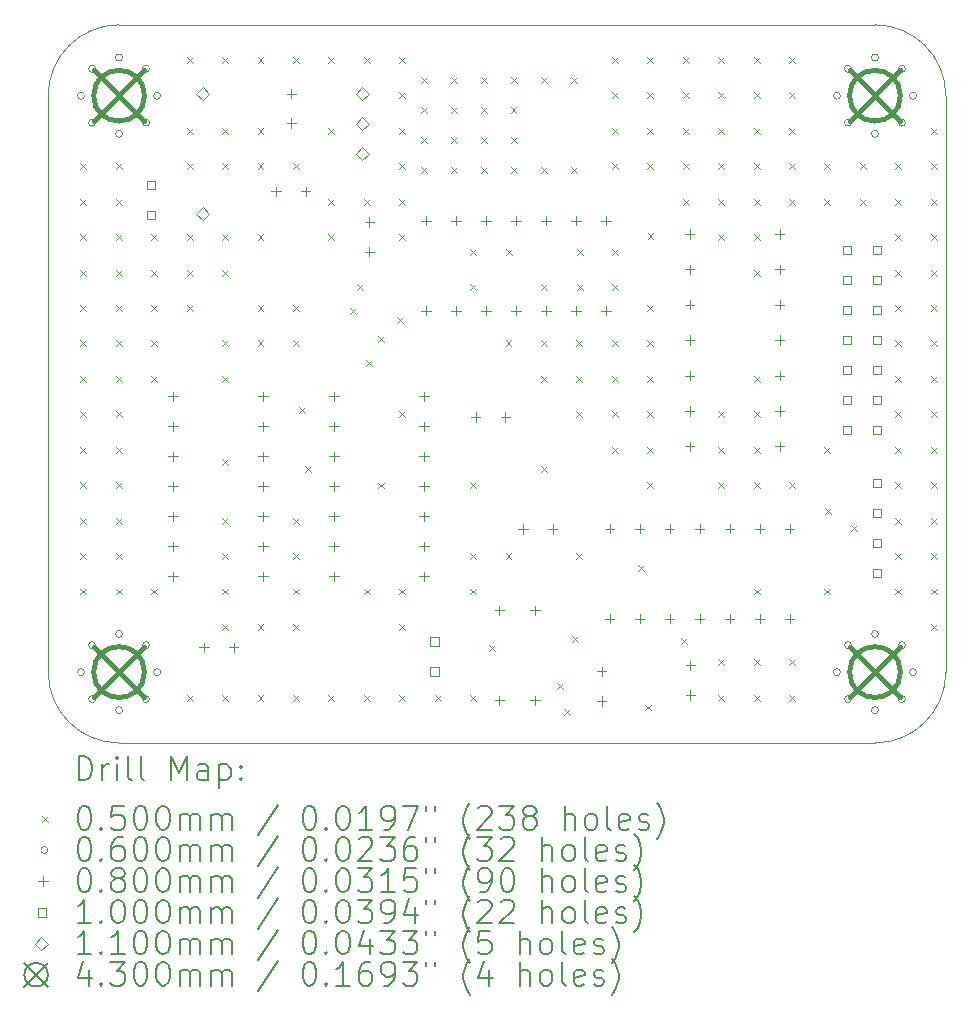
<source format=gbr>
%TF.GenerationSoftware,KiCad,Pcbnew,8.0.3*%
%TF.CreationDate,2024-10-06T22:03:06-03:00*%
%TF.ProjectId,digital_dice,64696769-7461-46c5-9f64-6963652e6b69,rev?*%
%TF.SameCoordinates,Original*%
%TF.FileFunction,Drillmap*%
%TF.FilePolarity,Positive*%
%FSLAX45Y45*%
G04 Gerber Fmt 4.5, Leading zero omitted, Abs format (unit mm)*
G04 Created by KiCad (PCBNEW 8.0.3) date 2024-10-06 22:03:06*
%MOMM*%
%LPD*%
G01*
G04 APERTURE LIST*
%ADD10C,0.050000*%
%ADD11C,0.200000*%
%ADD12C,0.100000*%
%ADD13C,0.110000*%
%ADD14C,0.430000*%
G04 APERTURE END LIST*
D10*
X19200000Y-15200000D02*
X19200000Y-10320000D01*
X12200000Y-15800000D02*
X18600000Y-15800000D01*
X11600000Y-10320000D02*
X11600000Y-15200000D01*
X18600000Y-9720000D02*
X12200000Y-9720000D01*
X18600000Y-9720000D02*
G75*
G02*
X19200000Y-10320000I0J-600000D01*
G01*
X19200000Y-15200000D02*
G75*
G02*
X18600000Y-15800000I-600000J0D01*
G01*
X12200000Y-15800000D02*
G75*
G02*
X11600000Y-15200000I0J600000D01*
G01*
X11600000Y-10320000D02*
G75*
G02*
X12200000Y-9720000I600000J0D01*
G01*
D11*
D12*
X11872500Y-10892500D02*
X11922500Y-10942500D01*
X11922500Y-10892500D02*
X11872500Y-10942500D01*
X11872500Y-11192500D02*
X11922500Y-11242500D01*
X11922500Y-11192500D02*
X11872500Y-11242500D01*
X11872500Y-11492500D02*
X11922500Y-11542500D01*
X11922500Y-11492500D02*
X11872500Y-11542500D01*
X11872500Y-11792500D02*
X11922500Y-11842500D01*
X11922500Y-11792500D02*
X11872500Y-11842500D01*
X11872500Y-12092500D02*
X11922500Y-12142500D01*
X11922500Y-12092500D02*
X11872500Y-12142500D01*
X11872500Y-12392500D02*
X11922500Y-12442500D01*
X11922500Y-12392500D02*
X11872500Y-12442500D01*
X11872500Y-12692500D02*
X11922500Y-12742500D01*
X11922500Y-12692500D02*
X11872500Y-12742500D01*
X11872500Y-12992500D02*
X11922500Y-13042500D01*
X11922500Y-12992500D02*
X11872500Y-13042500D01*
X11872500Y-13292500D02*
X11922500Y-13342500D01*
X11922500Y-13292500D02*
X11872500Y-13342500D01*
X11872500Y-13592500D02*
X11922500Y-13642500D01*
X11922500Y-13592500D02*
X11872500Y-13642500D01*
X11872500Y-13892500D02*
X11922500Y-13942500D01*
X11922500Y-13892500D02*
X11872500Y-13942500D01*
X11872500Y-14192500D02*
X11922500Y-14242500D01*
X11922500Y-14192500D02*
X11872500Y-14242500D01*
X11872500Y-14492500D02*
X11922500Y-14542500D01*
X11922500Y-14492500D02*
X11872500Y-14542500D01*
X12172500Y-10892500D02*
X12222500Y-10942500D01*
X12222500Y-10892500D02*
X12172500Y-10942500D01*
X12172500Y-11192500D02*
X12222500Y-11242500D01*
X12222500Y-11192500D02*
X12172500Y-11242500D01*
X12172500Y-11492500D02*
X12222500Y-11542500D01*
X12222500Y-11492500D02*
X12172500Y-11542500D01*
X12172500Y-11792500D02*
X12222500Y-11842500D01*
X12222500Y-11792500D02*
X12172500Y-11842500D01*
X12172500Y-12092500D02*
X12222500Y-12142500D01*
X12222500Y-12092500D02*
X12172500Y-12142500D01*
X12172500Y-12392500D02*
X12222500Y-12442500D01*
X12222500Y-12392500D02*
X12172500Y-12442500D01*
X12172500Y-12692500D02*
X12222500Y-12742500D01*
X12222500Y-12692500D02*
X12172500Y-12742500D01*
X12172500Y-12992500D02*
X12222500Y-13042500D01*
X12222500Y-12992500D02*
X12172500Y-13042500D01*
X12172500Y-13292500D02*
X12222500Y-13342500D01*
X12222500Y-13292500D02*
X12172500Y-13342500D01*
X12172500Y-13592500D02*
X12222500Y-13642500D01*
X12222500Y-13592500D02*
X12172500Y-13642500D01*
X12172500Y-13892500D02*
X12222500Y-13942500D01*
X12222500Y-13892500D02*
X12172500Y-13942500D01*
X12172500Y-14192500D02*
X12222500Y-14242500D01*
X12222500Y-14192500D02*
X12172500Y-14242500D01*
X12172500Y-14492500D02*
X12222500Y-14542500D01*
X12222500Y-14492500D02*
X12172500Y-14542500D01*
X12472500Y-11492500D02*
X12522500Y-11542500D01*
X12522500Y-11492500D02*
X12472500Y-11542500D01*
X12472500Y-11792500D02*
X12522500Y-11842500D01*
X12522500Y-11792500D02*
X12472500Y-11842500D01*
X12472500Y-12092500D02*
X12522500Y-12142500D01*
X12522500Y-12092500D02*
X12472500Y-12142500D01*
X12472500Y-12392500D02*
X12522500Y-12442500D01*
X12522500Y-12392500D02*
X12472500Y-12442500D01*
X12472500Y-12692500D02*
X12522500Y-12742500D01*
X12522500Y-12692500D02*
X12472500Y-12742500D01*
X12472500Y-14492500D02*
X12522500Y-14542500D01*
X12522500Y-14492500D02*
X12472500Y-14542500D01*
X12772500Y-9992500D02*
X12822500Y-10042500D01*
X12822500Y-9992500D02*
X12772500Y-10042500D01*
X12772500Y-10592500D02*
X12822500Y-10642500D01*
X12822500Y-10592500D02*
X12772500Y-10642500D01*
X12772500Y-10892500D02*
X12822500Y-10942500D01*
X12822500Y-10892500D02*
X12772500Y-10942500D01*
X12772500Y-11492500D02*
X12822500Y-11542500D01*
X12822500Y-11492500D02*
X12772500Y-11542500D01*
X12772500Y-11792500D02*
X12822500Y-11842500D01*
X12822500Y-11792500D02*
X12772500Y-11842500D01*
X12772500Y-12092500D02*
X12822500Y-12142500D01*
X12822500Y-12092500D02*
X12772500Y-12142500D01*
X12772500Y-15392500D02*
X12822500Y-15442500D01*
X12822500Y-15392500D02*
X12772500Y-15442500D01*
X13072500Y-9992500D02*
X13122500Y-10042500D01*
X13122500Y-9992500D02*
X13072500Y-10042500D01*
X13072500Y-10592500D02*
X13122500Y-10642500D01*
X13122500Y-10592500D02*
X13072500Y-10642500D01*
X13072500Y-10892500D02*
X13122500Y-10942500D01*
X13122500Y-10892500D02*
X13072500Y-10942500D01*
X13072500Y-11492500D02*
X13122500Y-11542500D01*
X13122500Y-11492500D02*
X13072500Y-11542500D01*
X13072500Y-11792500D02*
X13122500Y-11842500D01*
X13122500Y-11792500D02*
X13072500Y-11842500D01*
X13072500Y-12392500D02*
X13122500Y-12442500D01*
X13122500Y-12392500D02*
X13072500Y-12442500D01*
X13072500Y-12692500D02*
X13122500Y-12742500D01*
X13122500Y-12692500D02*
X13072500Y-12742500D01*
X13072500Y-13892500D02*
X13122500Y-13942500D01*
X13122500Y-13892500D02*
X13072500Y-13942500D01*
X13072500Y-14192500D02*
X13122500Y-14242500D01*
X13122500Y-14192500D02*
X13072500Y-14242500D01*
X13072500Y-14492500D02*
X13122500Y-14542500D01*
X13122500Y-14492500D02*
X13072500Y-14542500D01*
X13072500Y-14792500D02*
X13122500Y-14842500D01*
X13122500Y-14792500D02*
X13072500Y-14842500D01*
X13072500Y-15392500D02*
X13122500Y-15442500D01*
X13122500Y-15392500D02*
X13072500Y-15442500D01*
X13075000Y-13395000D02*
X13125000Y-13445000D01*
X13125000Y-13395000D02*
X13075000Y-13445000D01*
X13372500Y-9992500D02*
X13422500Y-10042500D01*
X13422500Y-9992500D02*
X13372500Y-10042500D01*
X13372500Y-10592500D02*
X13422500Y-10642500D01*
X13422500Y-10592500D02*
X13372500Y-10642500D01*
X13372500Y-10892500D02*
X13422500Y-10942500D01*
X13422500Y-10892500D02*
X13372500Y-10942500D01*
X13372500Y-11492500D02*
X13422500Y-11542500D01*
X13422500Y-11492500D02*
X13372500Y-11542500D01*
X13372500Y-12092500D02*
X13422500Y-12142500D01*
X13422500Y-12092500D02*
X13372500Y-12142500D01*
X13372500Y-12392500D02*
X13422500Y-12442500D01*
X13422500Y-12392500D02*
X13372500Y-12442500D01*
X13372500Y-14792500D02*
X13422500Y-14842500D01*
X13422500Y-14792500D02*
X13372500Y-14842500D01*
X13372500Y-15392500D02*
X13422500Y-15442500D01*
X13422500Y-15392500D02*
X13372500Y-15442500D01*
X13672500Y-9992500D02*
X13722500Y-10042500D01*
X13722500Y-9992500D02*
X13672500Y-10042500D01*
X13672500Y-10892500D02*
X13722500Y-10942500D01*
X13722500Y-10892500D02*
X13672500Y-10942500D01*
X13672500Y-12092500D02*
X13722500Y-12142500D01*
X13722500Y-12092500D02*
X13672500Y-12142500D01*
X13672500Y-12392500D02*
X13722500Y-12442500D01*
X13722500Y-12392500D02*
X13672500Y-12442500D01*
X13672500Y-13892500D02*
X13722500Y-13942500D01*
X13722500Y-13892500D02*
X13672500Y-13942500D01*
X13672500Y-14192500D02*
X13722500Y-14242500D01*
X13722500Y-14192500D02*
X13672500Y-14242500D01*
X13672500Y-14492500D02*
X13722500Y-14542500D01*
X13722500Y-14492500D02*
X13672500Y-14542500D01*
X13672500Y-14792500D02*
X13722500Y-14842500D01*
X13722500Y-14792500D02*
X13672500Y-14842500D01*
X13672500Y-15392500D02*
X13722500Y-15442500D01*
X13722500Y-15392500D02*
X13672500Y-15442500D01*
X13725000Y-12955000D02*
X13775000Y-13005000D01*
X13775000Y-12955000D02*
X13725000Y-13005000D01*
X13775000Y-13455000D02*
X13825000Y-13505000D01*
X13825000Y-13455000D02*
X13775000Y-13505000D01*
X13972500Y-9992500D02*
X14022500Y-10042500D01*
X14022500Y-9992500D02*
X13972500Y-10042500D01*
X13972500Y-10592500D02*
X14022500Y-10642500D01*
X14022500Y-10592500D02*
X13972500Y-10642500D01*
X13972500Y-11192500D02*
X14022500Y-11242500D01*
X14022500Y-11192500D02*
X13972500Y-11242500D01*
X13972500Y-11492500D02*
X14022500Y-11542500D01*
X14022500Y-11492500D02*
X13972500Y-11542500D01*
X13972500Y-15392500D02*
X14022500Y-15442500D01*
X14022500Y-15392500D02*
X13972500Y-15442500D01*
X14155000Y-12115000D02*
X14205000Y-12165000D01*
X14205000Y-12115000D02*
X14155000Y-12165000D01*
X14215000Y-11915000D02*
X14265000Y-11965000D01*
X14265000Y-11915000D02*
X14215000Y-11965000D01*
X14272500Y-9992500D02*
X14322500Y-10042500D01*
X14322500Y-9992500D02*
X14272500Y-10042500D01*
X14272500Y-11192500D02*
X14322500Y-11242500D01*
X14322500Y-11192500D02*
X14272500Y-11242500D01*
X14272500Y-14492500D02*
X14322500Y-14542500D01*
X14322500Y-14492500D02*
X14272500Y-14542500D01*
X14272500Y-15392500D02*
X14322500Y-15442500D01*
X14322500Y-15392500D02*
X14272500Y-15442500D01*
X14295000Y-12555000D02*
X14345000Y-12605000D01*
X14345000Y-12555000D02*
X14295000Y-12605000D01*
X14395000Y-12355000D02*
X14445000Y-12405000D01*
X14445000Y-12355000D02*
X14395000Y-12405000D01*
X14395000Y-13595000D02*
X14445000Y-13645000D01*
X14445000Y-13595000D02*
X14395000Y-13645000D01*
X14555000Y-12195000D02*
X14605000Y-12245000D01*
X14605000Y-12195000D02*
X14555000Y-12245000D01*
X14572500Y-9992500D02*
X14622500Y-10042500D01*
X14622500Y-9992500D02*
X14572500Y-10042500D01*
X14572500Y-10292500D02*
X14622500Y-10342500D01*
X14622500Y-10292500D02*
X14572500Y-10342500D01*
X14572500Y-10592500D02*
X14622500Y-10642500D01*
X14622500Y-10592500D02*
X14572500Y-10642500D01*
X14572500Y-10892500D02*
X14622500Y-10942500D01*
X14622500Y-10892500D02*
X14572500Y-10942500D01*
X14572500Y-11192500D02*
X14622500Y-11242500D01*
X14622500Y-11192500D02*
X14572500Y-11242500D01*
X14572500Y-11492500D02*
X14622500Y-11542500D01*
X14622500Y-11492500D02*
X14572500Y-11542500D01*
X14572500Y-12992500D02*
X14622500Y-13042500D01*
X14622500Y-12992500D02*
X14572500Y-13042500D01*
X14572500Y-14492500D02*
X14622500Y-14542500D01*
X14622500Y-14492500D02*
X14572500Y-14542500D01*
X14572500Y-14792500D02*
X14622500Y-14842500D01*
X14622500Y-14792500D02*
X14572500Y-14842500D01*
X14572500Y-15392500D02*
X14622500Y-15442500D01*
X14622500Y-15392500D02*
X14572500Y-15442500D01*
X14755000Y-10161000D02*
X14805000Y-10211000D01*
X14805000Y-10161000D02*
X14755000Y-10211000D01*
X14755000Y-10415000D02*
X14805000Y-10465000D01*
X14805000Y-10415000D02*
X14755000Y-10465000D01*
X14755000Y-10669000D02*
X14805000Y-10719000D01*
X14805000Y-10669000D02*
X14755000Y-10719000D01*
X14755000Y-10923000D02*
X14805000Y-10973000D01*
X14805000Y-10923000D02*
X14755000Y-10973000D01*
X14872500Y-15392500D02*
X14922500Y-15442500D01*
X14922500Y-15392500D02*
X14872500Y-15442500D01*
X15009000Y-10161000D02*
X15059000Y-10211000D01*
X15059000Y-10161000D02*
X15009000Y-10211000D01*
X15009000Y-10415000D02*
X15059000Y-10465000D01*
X15059000Y-10415000D02*
X15009000Y-10465000D01*
X15009000Y-10669000D02*
X15059000Y-10719000D01*
X15059000Y-10669000D02*
X15009000Y-10719000D01*
X15009000Y-10923000D02*
X15059000Y-10973000D01*
X15059000Y-10923000D02*
X15009000Y-10973000D01*
X15172500Y-13592500D02*
X15222500Y-13642500D01*
X15222500Y-13592500D02*
X15172500Y-13642500D01*
X15172500Y-14192500D02*
X15222500Y-14242500D01*
X15222500Y-14192500D02*
X15172500Y-14242500D01*
X15172500Y-14492500D02*
X15222500Y-14542500D01*
X15222500Y-14492500D02*
X15172500Y-14542500D01*
X15172500Y-15392500D02*
X15222500Y-15442500D01*
X15222500Y-15392500D02*
X15172500Y-15442500D01*
X15175000Y-11615000D02*
X15225000Y-11665000D01*
X15225000Y-11615000D02*
X15175000Y-11665000D01*
X15175000Y-11915000D02*
X15225000Y-11965000D01*
X15225000Y-11915000D02*
X15175000Y-11965000D01*
X15263000Y-10161000D02*
X15313000Y-10211000D01*
X15313000Y-10161000D02*
X15263000Y-10211000D01*
X15263000Y-10415000D02*
X15313000Y-10465000D01*
X15313000Y-10415000D02*
X15263000Y-10465000D01*
X15263000Y-10669000D02*
X15313000Y-10719000D01*
X15313000Y-10669000D02*
X15263000Y-10719000D01*
X15263000Y-10923000D02*
X15313000Y-10973000D01*
X15313000Y-10923000D02*
X15263000Y-10973000D01*
X15335000Y-14975000D02*
X15385000Y-15025000D01*
X15385000Y-14975000D02*
X15335000Y-15025000D01*
X15472500Y-12392500D02*
X15522500Y-12442500D01*
X15522500Y-12392500D02*
X15472500Y-12442500D01*
X15472500Y-14192500D02*
X15522500Y-14242500D01*
X15522500Y-14192500D02*
X15472500Y-14242500D01*
X15475000Y-11615000D02*
X15525000Y-11665000D01*
X15525000Y-11615000D02*
X15475000Y-11665000D01*
X15515000Y-10415000D02*
X15565000Y-10465000D01*
X15565000Y-10415000D02*
X15515000Y-10465000D01*
X15517000Y-10161000D02*
X15567000Y-10211000D01*
X15567000Y-10161000D02*
X15517000Y-10211000D01*
X15517000Y-10669000D02*
X15567000Y-10719000D01*
X15567000Y-10669000D02*
X15517000Y-10719000D01*
X15517000Y-10923000D02*
X15567000Y-10973000D01*
X15567000Y-10923000D02*
X15517000Y-10973000D01*
X15771000Y-10161000D02*
X15821000Y-10211000D01*
X15821000Y-10161000D02*
X15771000Y-10211000D01*
X15771000Y-10923000D02*
X15821000Y-10973000D01*
X15821000Y-10923000D02*
X15771000Y-10973000D01*
X15772500Y-12392500D02*
X15822500Y-12442500D01*
X15822500Y-12392500D02*
X15772500Y-12442500D01*
X15772500Y-12692500D02*
X15822500Y-12742500D01*
X15822500Y-12692500D02*
X15772500Y-12742500D01*
X15775000Y-11915000D02*
X15825000Y-11965000D01*
X15825000Y-11915000D02*
X15775000Y-11965000D01*
X15775000Y-13455000D02*
X15825000Y-13505000D01*
X15825000Y-13455000D02*
X15775000Y-13505000D01*
X15905000Y-15295000D02*
X15955000Y-15345000D01*
X15955000Y-15295000D02*
X15905000Y-15345000D01*
X15965000Y-15515000D02*
X16015000Y-15565000D01*
X16015000Y-15515000D02*
X15965000Y-15565000D01*
X16025000Y-10161000D02*
X16075000Y-10211000D01*
X16075000Y-10161000D02*
X16025000Y-10211000D01*
X16025000Y-10923000D02*
X16075000Y-10973000D01*
X16075000Y-10923000D02*
X16025000Y-10973000D01*
X16035000Y-14895000D02*
X16085000Y-14945000D01*
X16085000Y-14895000D02*
X16035000Y-14945000D01*
X16072500Y-12392500D02*
X16122500Y-12442500D01*
X16122500Y-12392500D02*
X16072500Y-12442500D01*
X16072500Y-12692500D02*
X16122500Y-12742500D01*
X16122500Y-12692500D02*
X16072500Y-12742500D01*
X16072500Y-12992500D02*
X16122500Y-13042500D01*
X16122500Y-12992500D02*
X16072500Y-13042500D01*
X16072500Y-14192500D02*
X16122500Y-14242500D01*
X16122500Y-14192500D02*
X16072500Y-14242500D01*
X16075000Y-11615000D02*
X16125000Y-11665000D01*
X16125000Y-11615000D02*
X16075000Y-11665000D01*
X16075000Y-11915000D02*
X16125000Y-11965000D01*
X16125000Y-11915000D02*
X16075000Y-11965000D01*
X16372500Y-9992500D02*
X16422500Y-10042500D01*
X16422500Y-9992500D02*
X16372500Y-10042500D01*
X16372500Y-10292500D02*
X16422500Y-10342500D01*
X16422500Y-10292500D02*
X16372500Y-10342500D01*
X16372500Y-10592500D02*
X16422500Y-10642500D01*
X16422500Y-10592500D02*
X16372500Y-10642500D01*
X16372500Y-10892500D02*
X16422500Y-10942500D01*
X16422500Y-10892500D02*
X16372500Y-10942500D01*
X16372500Y-12392500D02*
X16422500Y-12442500D01*
X16422500Y-12392500D02*
X16372500Y-12442500D01*
X16372500Y-12692500D02*
X16422500Y-12742500D01*
X16422500Y-12692500D02*
X16372500Y-12742500D01*
X16372500Y-12992500D02*
X16422500Y-13042500D01*
X16422500Y-12992500D02*
X16372500Y-13042500D01*
X16372500Y-13292500D02*
X16422500Y-13342500D01*
X16422500Y-13292500D02*
X16372500Y-13342500D01*
X16375000Y-11615000D02*
X16425000Y-11665000D01*
X16425000Y-11615000D02*
X16375000Y-11665000D01*
X16375000Y-11915000D02*
X16425000Y-11965000D01*
X16425000Y-11915000D02*
X16375000Y-11965000D01*
X16595000Y-14295000D02*
X16645000Y-14345000D01*
X16645000Y-14295000D02*
X16595000Y-14345000D01*
X16655000Y-15475000D02*
X16705000Y-15525000D01*
X16705000Y-15475000D02*
X16655000Y-15525000D01*
X16672500Y-9992500D02*
X16722500Y-10042500D01*
X16722500Y-9992500D02*
X16672500Y-10042500D01*
X16672500Y-10292500D02*
X16722500Y-10342500D01*
X16722500Y-10292500D02*
X16672500Y-10342500D01*
X16672500Y-10592500D02*
X16722500Y-10642500D01*
X16722500Y-10592500D02*
X16672500Y-10642500D01*
X16672500Y-10892500D02*
X16722500Y-10942500D01*
X16722500Y-10892500D02*
X16672500Y-10942500D01*
X16672500Y-12092500D02*
X16722500Y-12142500D01*
X16722500Y-12092500D02*
X16672500Y-12142500D01*
X16672500Y-12392500D02*
X16722500Y-12442500D01*
X16722500Y-12392500D02*
X16672500Y-12442500D01*
X16672500Y-12692500D02*
X16722500Y-12742500D01*
X16722500Y-12692500D02*
X16672500Y-12742500D01*
X16672500Y-12992500D02*
X16722500Y-13042500D01*
X16722500Y-12992500D02*
X16672500Y-13042500D01*
X16672500Y-13292500D02*
X16722500Y-13342500D01*
X16722500Y-13292500D02*
X16672500Y-13342500D01*
X16672500Y-13592500D02*
X16722500Y-13642500D01*
X16722500Y-13592500D02*
X16672500Y-13642500D01*
X16675000Y-11485000D02*
X16725000Y-11535000D01*
X16725000Y-11485000D02*
X16675000Y-11535000D01*
X16955000Y-14915000D02*
X17005000Y-14965000D01*
X17005000Y-14915000D02*
X16955000Y-14965000D01*
X16972500Y-9992500D02*
X17022500Y-10042500D01*
X17022500Y-9992500D02*
X16972500Y-10042500D01*
X16972500Y-10292500D02*
X17022500Y-10342500D01*
X17022500Y-10292500D02*
X16972500Y-10342500D01*
X16972500Y-10592500D02*
X17022500Y-10642500D01*
X17022500Y-10592500D02*
X16972500Y-10642500D01*
X16972500Y-10892500D02*
X17022500Y-10942500D01*
X17022500Y-10892500D02*
X16972500Y-10942500D01*
X16972500Y-11192500D02*
X17022500Y-11242500D01*
X17022500Y-11192500D02*
X16972500Y-11242500D01*
X17272500Y-9992500D02*
X17322500Y-10042500D01*
X17322500Y-9992500D02*
X17272500Y-10042500D01*
X17272500Y-10292500D02*
X17322500Y-10342500D01*
X17322500Y-10292500D02*
X17272500Y-10342500D01*
X17272500Y-10592500D02*
X17322500Y-10642500D01*
X17322500Y-10592500D02*
X17272500Y-10642500D01*
X17272500Y-10892500D02*
X17322500Y-10942500D01*
X17322500Y-10892500D02*
X17272500Y-10942500D01*
X17272500Y-11192500D02*
X17322500Y-11242500D01*
X17322500Y-11192500D02*
X17272500Y-11242500D01*
X17272500Y-11492500D02*
X17322500Y-11542500D01*
X17322500Y-11492500D02*
X17272500Y-11542500D01*
X17272500Y-12992500D02*
X17322500Y-13042500D01*
X17322500Y-12992500D02*
X17272500Y-13042500D01*
X17272500Y-13292500D02*
X17322500Y-13342500D01*
X17322500Y-13292500D02*
X17272500Y-13342500D01*
X17272500Y-13592500D02*
X17322500Y-13642500D01*
X17322500Y-13592500D02*
X17272500Y-13642500D01*
X17272500Y-15092500D02*
X17322500Y-15142500D01*
X17322500Y-15092500D02*
X17272500Y-15142500D01*
X17272500Y-15392500D02*
X17322500Y-15442500D01*
X17322500Y-15392500D02*
X17272500Y-15442500D01*
X17572500Y-9992500D02*
X17622500Y-10042500D01*
X17622500Y-9992500D02*
X17572500Y-10042500D01*
X17572500Y-10292500D02*
X17622500Y-10342500D01*
X17622500Y-10292500D02*
X17572500Y-10342500D01*
X17572500Y-10592500D02*
X17622500Y-10642500D01*
X17622500Y-10592500D02*
X17572500Y-10642500D01*
X17572500Y-10892500D02*
X17622500Y-10942500D01*
X17622500Y-10892500D02*
X17572500Y-10942500D01*
X17572500Y-11192500D02*
X17622500Y-11242500D01*
X17622500Y-11192500D02*
X17572500Y-11242500D01*
X17572500Y-11492500D02*
X17622500Y-11542500D01*
X17622500Y-11492500D02*
X17572500Y-11542500D01*
X17572500Y-11792500D02*
X17622500Y-11842500D01*
X17622500Y-11792500D02*
X17572500Y-11842500D01*
X17572500Y-12692500D02*
X17622500Y-12742500D01*
X17622500Y-12692500D02*
X17572500Y-12742500D01*
X17572500Y-12992500D02*
X17622500Y-13042500D01*
X17622500Y-12992500D02*
X17572500Y-13042500D01*
X17572500Y-13292500D02*
X17622500Y-13342500D01*
X17622500Y-13292500D02*
X17572500Y-13342500D01*
X17572500Y-13592500D02*
X17622500Y-13642500D01*
X17622500Y-13592500D02*
X17572500Y-13642500D01*
X17572500Y-14492500D02*
X17622500Y-14542500D01*
X17622500Y-14492500D02*
X17572500Y-14542500D01*
X17572500Y-15092500D02*
X17622500Y-15142500D01*
X17622500Y-15092500D02*
X17572500Y-15142500D01*
X17572500Y-15392500D02*
X17622500Y-15442500D01*
X17622500Y-15392500D02*
X17572500Y-15442500D01*
X17872500Y-9992500D02*
X17922500Y-10042500D01*
X17922500Y-9992500D02*
X17872500Y-10042500D01*
X17872500Y-10292500D02*
X17922500Y-10342500D01*
X17922500Y-10292500D02*
X17872500Y-10342500D01*
X17872500Y-10592500D02*
X17922500Y-10642500D01*
X17922500Y-10592500D02*
X17872500Y-10642500D01*
X17872500Y-10892500D02*
X17922500Y-10942500D01*
X17922500Y-10892500D02*
X17872500Y-10942500D01*
X17872500Y-11192500D02*
X17922500Y-11242500D01*
X17922500Y-11192500D02*
X17872500Y-11242500D01*
X17872500Y-13592500D02*
X17922500Y-13642500D01*
X17922500Y-13592500D02*
X17872500Y-13642500D01*
X17872500Y-15092500D02*
X17922500Y-15142500D01*
X17922500Y-15092500D02*
X17872500Y-15142500D01*
X17872500Y-15392500D02*
X17922500Y-15442500D01*
X17922500Y-15392500D02*
X17872500Y-15442500D01*
X18172500Y-10892500D02*
X18222500Y-10942500D01*
X18222500Y-10892500D02*
X18172500Y-10942500D01*
X18172500Y-11192500D02*
X18222500Y-11242500D01*
X18222500Y-11192500D02*
X18172500Y-11242500D01*
X18172500Y-13292500D02*
X18222500Y-13342500D01*
X18222500Y-13292500D02*
X18172500Y-13342500D01*
X18172500Y-14492500D02*
X18222500Y-14542500D01*
X18222500Y-14492500D02*
X18172500Y-14542500D01*
X18175000Y-13815000D02*
X18225000Y-13865000D01*
X18225000Y-13815000D02*
X18175000Y-13865000D01*
X18395000Y-13955000D02*
X18445000Y-14005000D01*
X18445000Y-13955000D02*
X18395000Y-14005000D01*
X18472500Y-10892500D02*
X18522500Y-10942500D01*
X18522500Y-10892500D02*
X18472500Y-10942500D01*
X18472500Y-11192500D02*
X18522500Y-11242500D01*
X18522500Y-11192500D02*
X18472500Y-11242500D01*
X18772500Y-10892500D02*
X18822500Y-10942500D01*
X18822500Y-10892500D02*
X18772500Y-10942500D01*
X18772500Y-11192500D02*
X18822500Y-11242500D01*
X18822500Y-11192500D02*
X18772500Y-11242500D01*
X18772500Y-11492500D02*
X18822500Y-11542500D01*
X18822500Y-11492500D02*
X18772500Y-11542500D01*
X18772500Y-11792500D02*
X18822500Y-11842500D01*
X18822500Y-11792500D02*
X18772500Y-11842500D01*
X18772500Y-12092500D02*
X18822500Y-12142500D01*
X18822500Y-12092500D02*
X18772500Y-12142500D01*
X18772500Y-12392500D02*
X18822500Y-12442500D01*
X18822500Y-12392500D02*
X18772500Y-12442500D01*
X18772500Y-12692500D02*
X18822500Y-12742500D01*
X18822500Y-12692500D02*
X18772500Y-12742500D01*
X18772500Y-12992500D02*
X18822500Y-13042500D01*
X18822500Y-12992500D02*
X18772500Y-13042500D01*
X18772500Y-13292500D02*
X18822500Y-13342500D01*
X18822500Y-13292500D02*
X18772500Y-13342500D01*
X18772500Y-13592500D02*
X18822500Y-13642500D01*
X18822500Y-13592500D02*
X18772500Y-13642500D01*
X18772500Y-13892500D02*
X18822500Y-13942500D01*
X18822500Y-13892500D02*
X18772500Y-13942500D01*
X18772500Y-14192500D02*
X18822500Y-14242500D01*
X18822500Y-14192500D02*
X18772500Y-14242500D01*
X18772500Y-14492500D02*
X18822500Y-14542500D01*
X18822500Y-14492500D02*
X18772500Y-14542500D01*
X19072500Y-10592500D02*
X19122500Y-10642500D01*
X19122500Y-10592500D02*
X19072500Y-10642500D01*
X19072500Y-10892500D02*
X19122500Y-10942500D01*
X19122500Y-10892500D02*
X19072500Y-10942500D01*
X19072500Y-11192500D02*
X19122500Y-11242500D01*
X19122500Y-11192500D02*
X19072500Y-11242500D01*
X19072500Y-11492500D02*
X19122500Y-11542500D01*
X19122500Y-11492500D02*
X19072500Y-11542500D01*
X19072500Y-11792500D02*
X19122500Y-11842500D01*
X19122500Y-11792500D02*
X19072500Y-11842500D01*
X19072500Y-12092500D02*
X19122500Y-12142500D01*
X19122500Y-12092500D02*
X19072500Y-12142500D01*
X19072500Y-12392500D02*
X19122500Y-12442500D01*
X19122500Y-12392500D02*
X19072500Y-12442500D01*
X19072500Y-12692500D02*
X19122500Y-12742500D01*
X19122500Y-12692500D02*
X19072500Y-12742500D01*
X19072500Y-12992500D02*
X19122500Y-13042500D01*
X19122500Y-12992500D02*
X19072500Y-13042500D01*
X19072500Y-13292500D02*
X19122500Y-13342500D01*
X19122500Y-13292500D02*
X19072500Y-13342500D01*
X19072500Y-13592500D02*
X19122500Y-13642500D01*
X19122500Y-13592500D02*
X19072500Y-13642500D01*
X19072500Y-13892500D02*
X19122500Y-13942500D01*
X19122500Y-13892500D02*
X19072500Y-13942500D01*
X19072500Y-14192500D02*
X19122500Y-14242500D01*
X19122500Y-14192500D02*
X19072500Y-14242500D01*
X19072500Y-14492500D02*
X19122500Y-14542500D01*
X19122500Y-14492500D02*
X19072500Y-14542500D01*
X19072500Y-14792500D02*
X19122500Y-14842500D01*
X19122500Y-14792500D02*
X19072500Y-14842500D01*
X11907500Y-10320000D02*
G75*
G02*
X11847500Y-10320000I-30000J0D01*
G01*
X11847500Y-10320000D02*
G75*
G02*
X11907500Y-10320000I30000J0D01*
G01*
X11907500Y-15200000D02*
G75*
G02*
X11847500Y-15200000I-30000J0D01*
G01*
X11847500Y-15200000D02*
G75*
G02*
X11907500Y-15200000I30000J0D01*
G01*
X12001958Y-10091958D02*
G75*
G02*
X11941958Y-10091958I-30000J0D01*
G01*
X11941958Y-10091958D02*
G75*
G02*
X12001958Y-10091958I30000J0D01*
G01*
X12001958Y-10548042D02*
G75*
G02*
X11941958Y-10548042I-30000J0D01*
G01*
X11941958Y-10548042D02*
G75*
G02*
X12001958Y-10548042I30000J0D01*
G01*
X12001958Y-14971958D02*
G75*
G02*
X11941958Y-14971958I-30000J0D01*
G01*
X11941958Y-14971958D02*
G75*
G02*
X12001958Y-14971958I30000J0D01*
G01*
X12001958Y-15428042D02*
G75*
G02*
X11941958Y-15428042I-30000J0D01*
G01*
X11941958Y-15428042D02*
G75*
G02*
X12001958Y-15428042I30000J0D01*
G01*
X12230000Y-9997500D02*
G75*
G02*
X12170000Y-9997500I-30000J0D01*
G01*
X12170000Y-9997500D02*
G75*
G02*
X12230000Y-9997500I30000J0D01*
G01*
X12230000Y-10642500D02*
G75*
G02*
X12170000Y-10642500I-30000J0D01*
G01*
X12170000Y-10642500D02*
G75*
G02*
X12230000Y-10642500I30000J0D01*
G01*
X12230000Y-14877500D02*
G75*
G02*
X12170000Y-14877500I-30000J0D01*
G01*
X12170000Y-14877500D02*
G75*
G02*
X12230000Y-14877500I30000J0D01*
G01*
X12230000Y-15522500D02*
G75*
G02*
X12170000Y-15522500I-30000J0D01*
G01*
X12170000Y-15522500D02*
G75*
G02*
X12230000Y-15522500I30000J0D01*
G01*
X12458042Y-10091958D02*
G75*
G02*
X12398042Y-10091958I-30000J0D01*
G01*
X12398042Y-10091958D02*
G75*
G02*
X12458042Y-10091958I30000J0D01*
G01*
X12458042Y-10548042D02*
G75*
G02*
X12398042Y-10548042I-30000J0D01*
G01*
X12398042Y-10548042D02*
G75*
G02*
X12458042Y-10548042I30000J0D01*
G01*
X12458042Y-14971958D02*
G75*
G02*
X12398042Y-14971958I-30000J0D01*
G01*
X12398042Y-14971958D02*
G75*
G02*
X12458042Y-14971958I30000J0D01*
G01*
X12458042Y-15428042D02*
G75*
G02*
X12398042Y-15428042I-30000J0D01*
G01*
X12398042Y-15428042D02*
G75*
G02*
X12458042Y-15428042I30000J0D01*
G01*
X12552500Y-10320000D02*
G75*
G02*
X12492500Y-10320000I-30000J0D01*
G01*
X12492500Y-10320000D02*
G75*
G02*
X12552500Y-10320000I30000J0D01*
G01*
X12552500Y-15200000D02*
G75*
G02*
X12492500Y-15200000I-30000J0D01*
G01*
X12492500Y-15200000D02*
G75*
G02*
X12552500Y-15200000I30000J0D01*
G01*
X18307500Y-10320000D02*
G75*
G02*
X18247500Y-10320000I-30000J0D01*
G01*
X18247500Y-10320000D02*
G75*
G02*
X18307500Y-10320000I30000J0D01*
G01*
X18307500Y-15200000D02*
G75*
G02*
X18247500Y-15200000I-30000J0D01*
G01*
X18247500Y-15200000D02*
G75*
G02*
X18307500Y-15200000I30000J0D01*
G01*
X18401958Y-10091958D02*
G75*
G02*
X18341958Y-10091958I-30000J0D01*
G01*
X18341958Y-10091958D02*
G75*
G02*
X18401958Y-10091958I30000J0D01*
G01*
X18401958Y-10548042D02*
G75*
G02*
X18341958Y-10548042I-30000J0D01*
G01*
X18341958Y-10548042D02*
G75*
G02*
X18401958Y-10548042I30000J0D01*
G01*
X18401958Y-14971958D02*
G75*
G02*
X18341958Y-14971958I-30000J0D01*
G01*
X18341958Y-14971958D02*
G75*
G02*
X18401958Y-14971958I30000J0D01*
G01*
X18401958Y-15428042D02*
G75*
G02*
X18341958Y-15428042I-30000J0D01*
G01*
X18341958Y-15428042D02*
G75*
G02*
X18401958Y-15428042I30000J0D01*
G01*
X18630000Y-9997500D02*
G75*
G02*
X18570000Y-9997500I-30000J0D01*
G01*
X18570000Y-9997500D02*
G75*
G02*
X18630000Y-9997500I30000J0D01*
G01*
X18630000Y-10642500D02*
G75*
G02*
X18570000Y-10642500I-30000J0D01*
G01*
X18570000Y-10642500D02*
G75*
G02*
X18630000Y-10642500I30000J0D01*
G01*
X18630000Y-14877500D02*
G75*
G02*
X18570000Y-14877500I-30000J0D01*
G01*
X18570000Y-14877500D02*
G75*
G02*
X18630000Y-14877500I30000J0D01*
G01*
X18630000Y-15522500D02*
G75*
G02*
X18570000Y-15522500I-30000J0D01*
G01*
X18570000Y-15522500D02*
G75*
G02*
X18630000Y-15522500I30000J0D01*
G01*
X18858042Y-10091958D02*
G75*
G02*
X18798042Y-10091958I-30000J0D01*
G01*
X18798042Y-10091958D02*
G75*
G02*
X18858042Y-10091958I30000J0D01*
G01*
X18858042Y-10548042D02*
G75*
G02*
X18798042Y-10548042I-30000J0D01*
G01*
X18798042Y-10548042D02*
G75*
G02*
X18858042Y-10548042I30000J0D01*
G01*
X18858042Y-14971958D02*
G75*
G02*
X18798042Y-14971958I-30000J0D01*
G01*
X18798042Y-14971958D02*
G75*
G02*
X18858042Y-14971958I30000J0D01*
G01*
X18858042Y-15428042D02*
G75*
G02*
X18798042Y-15428042I-30000J0D01*
G01*
X18798042Y-15428042D02*
G75*
G02*
X18858042Y-15428042I30000J0D01*
G01*
X18952500Y-10320000D02*
G75*
G02*
X18892500Y-10320000I-30000J0D01*
G01*
X18892500Y-10320000D02*
G75*
G02*
X18952500Y-10320000I30000J0D01*
G01*
X18952500Y-15200000D02*
G75*
G02*
X18892500Y-15200000I-30000J0D01*
G01*
X18892500Y-15200000D02*
G75*
G02*
X18952500Y-15200000I30000J0D01*
G01*
X12658000Y-12826000D02*
X12658000Y-12906000D01*
X12618000Y-12866000D02*
X12698000Y-12866000D01*
X12658000Y-13080000D02*
X12658000Y-13160000D01*
X12618000Y-13120000D02*
X12698000Y-13120000D01*
X12658000Y-13334000D02*
X12658000Y-13414000D01*
X12618000Y-13374000D02*
X12698000Y-13374000D01*
X12658000Y-13588000D02*
X12658000Y-13668000D01*
X12618000Y-13628000D02*
X12698000Y-13628000D01*
X12658000Y-13842000D02*
X12658000Y-13922000D01*
X12618000Y-13882000D02*
X12698000Y-13882000D01*
X12658000Y-14096000D02*
X12658000Y-14176000D01*
X12618000Y-14136000D02*
X12698000Y-14136000D01*
X12658000Y-14350000D02*
X12658000Y-14430000D01*
X12618000Y-14390000D02*
X12698000Y-14390000D01*
X12920000Y-14950000D02*
X12920000Y-15030000D01*
X12880000Y-14990000D02*
X12960000Y-14990000D01*
X13170000Y-14950000D02*
X13170000Y-15030000D01*
X13130000Y-14990000D02*
X13210000Y-14990000D01*
X13420000Y-12826000D02*
X13420000Y-12906000D01*
X13380000Y-12866000D02*
X13460000Y-12866000D01*
X13420000Y-13080000D02*
X13420000Y-13160000D01*
X13380000Y-13120000D02*
X13460000Y-13120000D01*
X13420000Y-13334000D02*
X13420000Y-13414000D01*
X13380000Y-13374000D02*
X13460000Y-13374000D01*
X13420000Y-13588000D02*
X13420000Y-13668000D01*
X13380000Y-13628000D02*
X13460000Y-13628000D01*
X13420000Y-13842000D02*
X13420000Y-13922000D01*
X13380000Y-13882000D02*
X13460000Y-13882000D01*
X13420000Y-14096000D02*
X13420000Y-14176000D01*
X13380000Y-14136000D02*
X13460000Y-14136000D01*
X13420000Y-14350000D02*
X13420000Y-14430000D01*
X13380000Y-14390000D02*
X13460000Y-14390000D01*
X13530000Y-11089489D02*
X13530000Y-11169489D01*
X13490000Y-11129489D02*
X13570000Y-11129489D01*
X13659489Y-10262989D02*
X13659489Y-10342989D01*
X13619489Y-10302989D02*
X13699489Y-10302989D01*
X13659489Y-10512989D02*
X13659489Y-10592989D01*
X13619489Y-10552989D02*
X13699489Y-10552989D01*
X13780000Y-11089489D02*
X13780000Y-11169489D01*
X13740000Y-11129489D02*
X13820000Y-11129489D01*
X14020000Y-12826000D02*
X14020000Y-12906000D01*
X13980000Y-12866000D02*
X14060000Y-12866000D01*
X14020000Y-13080000D02*
X14020000Y-13160000D01*
X13980000Y-13120000D02*
X14060000Y-13120000D01*
X14020000Y-13334000D02*
X14020000Y-13414000D01*
X13980000Y-13374000D02*
X14060000Y-13374000D01*
X14020000Y-13588000D02*
X14020000Y-13668000D01*
X13980000Y-13628000D02*
X14060000Y-13628000D01*
X14020000Y-13842000D02*
X14020000Y-13922000D01*
X13980000Y-13882000D02*
X14060000Y-13882000D01*
X14020000Y-14096000D02*
X14020000Y-14176000D01*
X13980000Y-14136000D02*
X14060000Y-14136000D01*
X14020000Y-14350000D02*
X14020000Y-14430000D01*
X13980000Y-14390000D02*
X14060000Y-14390000D01*
X14320000Y-11350000D02*
X14320000Y-11430000D01*
X14280000Y-11390000D02*
X14360000Y-11390000D01*
X14320000Y-11600000D02*
X14320000Y-11680000D01*
X14280000Y-11640000D02*
X14360000Y-11640000D01*
X14782000Y-12826000D02*
X14782000Y-12906000D01*
X14742000Y-12866000D02*
X14822000Y-12866000D01*
X14782000Y-13080000D02*
X14782000Y-13160000D01*
X14742000Y-13120000D02*
X14822000Y-13120000D01*
X14782000Y-13334000D02*
X14782000Y-13414000D01*
X14742000Y-13374000D02*
X14822000Y-13374000D01*
X14782000Y-13588000D02*
X14782000Y-13668000D01*
X14742000Y-13628000D02*
X14822000Y-13628000D01*
X14782000Y-13842000D02*
X14782000Y-13922000D01*
X14742000Y-13882000D02*
X14822000Y-13882000D01*
X14782000Y-14096000D02*
X14782000Y-14176000D01*
X14742000Y-14136000D02*
X14822000Y-14136000D01*
X14782000Y-14350000D02*
X14782000Y-14430000D01*
X14742000Y-14390000D02*
X14822000Y-14390000D01*
X14800000Y-11338000D02*
X14800000Y-11418000D01*
X14760000Y-11378000D02*
X14840000Y-11378000D01*
X14800000Y-12100000D02*
X14800000Y-12180000D01*
X14760000Y-12140000D02*
X14840000Y-12140000D01*
X15054000Y-11338000D02*
X15054000Y-11418000D01*
X15014000Y-11378000D02*
X15094000Y-11378000D01*
X15054000Y-12100000D02*
X15054000Y-12180000D01*
X15014000Y-12140000D02*
X15094000Y-12140000D01*
X15220000Y-13000000D02*
X15220000Y-13080000D01*
X15180000Y-13040000D02*
X15260000Y-13040000D01*
X15308000Y-11338000D02*
X15308000Y-11418000D01*
X15268000Y-11378000D02*
X15348000Y-11378000D01*
X15308000Y-12100000D02*
X15308000Y-12180000D01*
X15268000Y-12140000D02*
X15348000Y-12140000D01*
X15420000Y-14638000D02*
X15420000Y-14718000D01*
X15380000Y-14678000D02*
X15460000Y-14678000D01*
X15420000Y-15400000D02*
X15420000Y-15480000D01*
X15380000Y-15440000D02*
X15460000Y-15440000D01*
X15470000Y-13000000D02*
X15470000Y-13080000D01*
X15430000Y-13040000D02*
X15510000Y-13040000D01*
X15562000Y-11338000D02*
X15562000Y-11418000D01*
X15522000Y-11378000D02*
X15602000Y-11378000D01*
X15562000Y-12100000D02*
X15562000Y-12180000D01*
X15522000Y-12140000D02*
X15602000Y-12140000D01*
X15620000Y-13950000D02*
X15620000Y-14030000D01*
X15580000Y-13990000D02*
X15660000Y-13990000D01*
X15720000Y-14638000D02*
X15720000Y-14718000D01*
X15680000Y-14678000D02*
X15760000Y-14678000D01*
X15720000Y-15400000D02*
X15720000Y-15480000D01*
X15680000Y-15440000D02*
X15760000Y-15440000D01*
X15816000Y-11338000D02*
X15816000Y-11418000D01*
X15776000Y-11378000D02*
X15856000Y-11378000D01*
X15816000Y-12100000D02*
X15816000Y-12180000D01*
X15776000Y-12140000D02*
X15856000Y-12140000D01*
X15870000Y-13950000D02*
X15870000Y-14030000D01*
X15830000Y-13990000D02*
X15910000Y-13990000D01*
X16070000Y-11338000D02*
X16070000Y-11418000D01*
X16030000Y-11378000D02*
X16110000Y-11378000D01*
X16070000Y-12100000D02*
X16070000Y-12180000D01*
X16030000Y-12140000D02*
X16110000Y-12140000D01*
X16286000Y-15153500D02*
X16286000Y-15233500D01*
X16246000Y-15193500D02*
X16326000Y-15193500D01*
X16286000Y-15403500D02*
X16286000Y-15483500D01*
X16246000Y-15443500D02*
X16326000Y-15443500D01*
X16324000Y-11338000D02*
X16324000Y-11418000D01*
X16284000Y-11378000D02*
X16364000Y-11378000D01*
X16324000Y-12100000D02*
X16324000Y-12180000D01*
X16284000Y-12140000D02*
X16364000Y-12140000D01*
X16354000Y-13946000D02*
X16354000Y-14026000D01*
X16314000Y-13986000D02*
X16394000Y-13986000D01*
X16354000Y-14708000D02*
X16354000Y-14788000D01*
X16314000Y-14748000D02*
X16394000Y-14748000D01*
X16608000Y-13946000D02*
X16608000Y-14026000D01*
X16568000Y-13986000D02*
X16648000Y-13986000D01*
X16608000Y-14708000D02*
X16608000Y-14788000D01*
X16568000Y-14748000D02*
X16648000Y-14748000D01*
X16862000Y-13946000D02*
X16862000Y-14026000D01*
X16822000Y-13986000D02*
X16902000Y-13986000D01*
X16862000Y-14708000D02*
X16862000Y-14788000D01*
X16822000Y-14748000D02*
X16902000Y-14748000D01*
X17031500Y-11450000D02*
X17031500Y-11530000D01*
X16991500Y-11490000D02*
X17071500Y-11490000D01*
X17031500Y-11750000D02*
X17031500Y-11830000D01*
X16991500Y-11790000D02*
X17071500Y-11790000D01*
X17031500Y-12050000D02*
X17031500Y-12130000D01*
X16991500Y-12090000D02*
X17071500Y-12090000D01*
X17031500Y-12350000D02*
X17031500Y-12430000D01*
X16991500Y-12390000D02*
X17071500Y-12390000D01*
X17031500Y-12650000D02*
X17031500Y-12730000D01*
X16991500Y-12690000D02*
X17071500Y-12690000D01*
X17031500Y-12950000D02*
X17031500Y-13030000D01*
X16991500Y-12990000D02*
X17071500Y-12990000D01*
X17031500Y-13250000D02*
X17031500Y-13330000D01*
X16991500Y-13290000D02*
X17071500Y-13290000D01*
X17036000Y-15103500D02*
X17036000Y-15183500D01*
X16996000Y-15143500D02*
X17076000Y-15143500D01*
X17036000Y-15353500D02*
X17036000Y-15433500D01*
X16996000Y-15393500D02*
X17076000Y-15393500D01*
X17116000Y-13946000D02*
X17116000Y-14026000D01*
X17076000Y-13986000D02*
X17156000Y-13986000D01*
X17116000Y-14708000D02*
X17116000Y-14788000D01*
X17076000Y-14748000D02*
X17156000Y-14748000D01*
X17370000Y-13946000D02*
X17370000Y-14026000D01*
X17330000Y-13986000D02*
X17410000Y-13986000D01*
X17370000Y-14708000D02*
X17370000Y-14788000D01*
X17330000Y-14748000D02*
X17410000Y-14748000D01*
X17624000Y-13946000D02*
X17624000Y-14026000D01*
X17584000Y-13986000D02*
X17664000Y-13986000D01*
X17624000Y-14708000D02*
X17624000Y-14788000D01*
X17584000Y-14748000D02*
X17664000Y-14748000D01*
X17793500Y-11450000D02*
X17793500Y-11530000D01*
X17753500Y-11490000D02*
X17833500Y-11490000D01*
X17793500Y-11750000D02*
X17793500Y-11830000D01*
X17753500Y-11790000D02*
X17833500Y-11790000D01*
X17793500Y-12050000D02*
X17793500Y-12130000D01*
X17753500Y-12090000D02*
X17833500Y-12090000D01*
X17793500Y-12350000D02*
X17793500Y-12430000D01*
X17753500Y-12390000D02*
X17833500Y-12390000D01*
X17793500Y-12650000D02*
X17793500Y-12730000D01*
X17753500Y-12690000D02*
X17833500Y-12690000D01*
X17793500Y-12950000D02*
X17793500Y-13030000D01*
X17753500Y-12990000D02*
X17833500Y-12990000D01*
X17793500Y-13250000D02*
X17793500Y-13330000D01*
X17753500Y-13290000D02*
X17833500Y-13290000D01*
X17878000Y-13946000D02*
X17878000Y-14026000D01*
X17838000Y-13986000D02*
X17918000Y-13986000D01*
X17878000Y-14708000D02*
X17878000Y-14788000D01*
X17838000Y-14748000D02*
X17918000Y-14748000D01*
X12505356Y-11108856D02*
X12505356Y-11038144D01*
X12434644Y-11038144D01*
X12434644Y-11108856D01*
X12505356Y-11108856D01*
X12505356Y-11362856D02*
X12505356Y-11292144D01*
X12434644Y-11292144D01*
X12434644Y-11362856D01*
X12505356Y-11362856D01*
X14905356Y-14975356D02*
X14905356Y-14904644D01*
X14834644Y-14904644D01*
X14834644Y-14975356D01*
X14905356Y-14975356D01*
X14905356Y-15229356D02*
X14905356Y-15158644D01*
X14834644Y-15158644D01*
X14834644Y-15229356D01*
X14905356Y-15229356D01*
X18401356Y-11663356D02*
X18401356Y-11592644D01*
X18330644Y-11592644D01*
X18330644Y-11663356D01*
X18401356Y-11663356D01*
X18401356Y-11917356D02*
X18401356Y-11846644D01*
X18330644Y-11846644D01*
X18330644Y-11917356D01*
X18401356Y-11917356D01*
X18401356Y-12171356D02*
X18401356Y-12100644D01*
X18330644Y-12100644D01*
X18330644Y-12171356D01*
X18401356Y-12171356D01*
X18401356Y-12425356D02*
X18401356Y-12354644D01*
X18330644Y-12354644D01*
X18330644Y-12425356D01*
X18401356Y-12425356D01*
X18401356Y-12679356D02*
X18401356Y-12608644D01*
X18330644Y-12608644D01*
X18330644Y-12679356D01*
X18401356Y-12679356D01*
X18401356Y-12933356D02*
X18401356Y-12862644D01*
X18330644Y-12862644D01*
X18330644Y-12933356D01*
X18401356Y-12933356D01*
X18401356Y-13187356D02*
X18401356Y-13116644D01*
X18330644Y-13116644D01*
X18330644Y-13187356D01*
X18401356Y-13187356D01*
X18655356Y-11663356D02*
X18655356Y-11592644D01*
X18584644Y-11592644D01*
X18584644Y-11663356D01*
X18655356Y-11663356D01*
X18655356Y-11917356D02*
X18655356Y-11846644D01*
X18584644Y-11846644D01*
X18584644Y-11917356D01*
X18655356Y-11917356D01*
X18655356Y-12171356D02*
X18655356Y-12100644D01*
X18584644Y-12100644D01*
X18584644Y-12171356D01*
X18655356Y-12171356D01*
X18655356Y-12425356D02*
X18655356Y-12354644D01*
X18584644Y-12354644D01*
X18584644Y-12425356D01*
X18655356Y-12425356D01*
X18655356Y-12679356D02*
X18655356Y-12608644D01*
X18584644Y-12608644D01*
X18584644Y-12679356D01*
X18655356Y-12679356D01*
X18655356Y-12933356D02*
X18655356Y-12862644D01*
X18584644Y-12862644D01*
X18584644Y-12933356D01*
X18655356Y-12933356D01*
X18655356Y-13187356D02*
X18655356Y-13116644D01*
X18584644Y-13116644D01*
X18584644Y-13187356D01*
X18655356Y-13187356D01*
X18655356Y-13633356D02*
X18655356Y-13562644D01*
X18584644Y-13562644D01*
X18584644Y-13633356D01*
X18655356Y-13633356D01*
X18655356Y-13887356D02*
X18655356Y-13816644D01*
X18584644Y-13816644D01*
X18584644Y-13887356D01*
X18655356Y-13887356D01*
X18655356Y-14141356D02*
X18655356Y-14070644D01*
X18584644Y-14070644D01*
X18584644Y-14141356D01*
X18655356Y-14141356D01*
X18655356Y-14395356D02*
X18655356Y-14324644D01*
X18584644Y-14324644D01*
X18584644Y-14395356D01*
X18655356Y-14395356D01*
D13*
X12909489Y-10357989D02*
X12964489Y-10302989D01*
X12909489Y-10247989D01*
X12854489Y-10302989D01*
X12909489Y-10357989D01*
X12909489Y-11373989D02*
X12964489Y-11318989D01*
X12909489Y-11263989D01*
X12854489Y-11318989D01*
X12909489Y-11373989D01*
X14259489Y-10357989D02*
X14314489Y-10302989D01*
X14259489Y-10247989D01*
X14204489Y-10302989D01*
X14259489Y-10357989D01*
X14259489Y-10611989D02*
X14314489Y-10556989D01*
X14259489Y-10501989D01*
X14204489Y-10556989D01*
X14259489Y-10611989D01*
X14259489Y-10865989D02*
X14314489Y-10810989D01*
X14259489Y-10755989D01*
X14204489Y-10810989D01*
X14259489Y-10865989D01*
D14*
X11985000Y-10105000D02*
X12415000Y-10535000D01*
X12415000Y-10105000D02*
X11985000Y-10535000D01*
X12415000Y-10320000D02*
G75*
G02*
X11985000Y-10320000I-215000J0D01*
G01*
X11985000Y-10320000D02*
G75*
G02*
X12415000Y-10320000I215000J0D01*
G01*
X11985000Y-14985000D02*
X12415000Y-15415000D01*
X12415000Y-14985000D02*
X11985000Y-15415000D01*
X12415000Y-15200000D02*
G75*
G02*
X11985000Y-15200000I-215000J0D01*
G01*
X11985000Y-15200000D02*
G75*
G02*
X12415000Y-15200000I215000J0D01*
G01*
X18385000Y-10105000D02*
X18815000Y-10535000D01*
X18815000Y-10105000D02*
X18385000Y-10535000D01*
X18815000Y-10320000D02*
G75*
G02*
X18385000Y-10320000I-215000J0D01*
G01*
X18385000Y-10320000D02*
G75*
G02*
X18815000Y-10320000I215000J0D01*
G01*
X18385000Y-14985000D02*
X18815000Y-15415000D01*
X18815000Y-14985000D02*
X18385000Y-15415000D01*
X18815000Y-15200000D02*
G75*
G02*
X18385000Y-15200000I-215000J0D01*
G01*
X18385000Y-15200000D02*
G75*
G02*
X18815000Y-15200000I215000J0D01*
G01*
D11*
X11858277Y-16113984D02*
X11858277Y-15913984D01*
X11858277Y-15913984D02*
X11905896Y-15913984D01*
X11905896Y-15913984D02*
X11934467Y-15923508D01*
X11934467Y-15923508D02*
X11953515Y-15942555D01*
X11953515Y-15942555D02*
X11963039Y-15961603D01*
X11963039Y-15961603D02*
X11972562Y-15999698D01*
X11972562Y-15999698D02*
X11972562Y-16028269D01*
X11972562Y-16028269D02*
X11963039Y-16066365D01*
X11963039Y-16066365D02*
X11953515Y-16085412D01*
X11953515Y-16085412D02*
X11934467Y-16104460D01*
X11934467Y-16104460D02*
X11905896Y-16113984D01*
X11905896Y-16113984D02*
X11858277Y-16113984D01*
X12058277Y-16113984D02*
X12058277Y-15980650D01*
X12058277Y-16018746D02*
X12067801Y-15999698D01*
X12067801Y-15999698D02*
X12077324Y-15990174D01*
X12077324Y-15990174D02*
X12096372Y-15980650D01*
X12096372Y-15980650D02*
X12115420Y-15980650D01*
X12182086Y-16113984D02*
X12182086Y-15980650D01*
X12182086Y-15913984D02*
X12172562Y-15923508D01*
X12172562Y-15923508D02*
X12182086Y-15933031D01*
X12182086Y-15933031D02*
X12191610Y-15923508D01*
X12191610Y-15923508D02*
X12182086Y-15913984D01*
X12182086Y-15913984D02*
X12182086Y-15933031D01*
X12305896Y-16113984D02*
X12286848Y-16104460D01*
X12286848Y-16104460D02*
X12277324Y-16085412D01*
X12277324Y-16085412D02*
X12277324Y-15913984D01*
X12410658Y-16113984D02*
X12391610Y-16104460D01*
X12391610Y-16104460D02*
X12382086Y-16085412D01*
X12382086Y-16085412D02*
X12382086Y-15913984D01*
X12639229Y-16113984D02*
X12639229Y-15913984D01*
X12639229Y-15913984D02*
X12705896Y-16056841D01*
X12705896Y-16056841D02*
X12772562Y-15913984D01*
X12772562Y-15913984D02*
X12772562Y-16113984D01*
X12953515Y-16113984D02*
X12953515Y-16009222D01*
X12953515Y-16009222D02*
X12943991Y-15990174D01*
X12943991Y-15990174D02*
X12924943Y-15980650D01*
X12924943Y-15980650D02*
X12886848Y-15980650D01*
X12886848Y-15980650D02*
X12867801Y-15990174D01*
X12953515Y-16104460D02*
X12934467Y-16113984D01*
X12934467Y-16113984D02*
X12886848Y-16113984D01*
X12886848Y-16113984D02*
X12867801Y-16104460D01*
X12867801Y-16104460D02*
X12858277Y-16085412D01*
X12858277Y-16085412D02*
X12858277Y-16066365D01*
X12858277Y-16066365D02*
X12867801Y-16047317D01*
X12867801Y-16047317D02*
X12886848Y-16037793D01*
X12886848Y-16037793D02*
X12934467Y-16037793D01*
X12934467Y-16037793D02*
X12953515Y-16028269D01*
X13048753Y-15980650D02*
X13048753Y-16180650D01*
X13048753Y-15990174D02*
X13067801Y-15980650D01*
X13067801Y-15980650D02*
X13105896Y-15980650D01*
X13105896Y-15980650D02*
X13124943Y-15990174D01*
X13124943Y-15990174D02*
X13134467Y-15999698D01*
X13134467Y-15999698D02*
X13143991Y-16018746D01*
X13143991Y-16018746D02*
X13143991Y-16075888D01*
X13143991Y-16075888D02*
X13134467Y-16094936D01*
X13134467Y-16094936D02*
X13124943Y-16104460D01*
X13124943Y-16104460D02*
X13105896Y-16113984D01*
X13105896Y-16113984D02*
X13067801Y-16113984D01*
X13067801Y-16113984D02*
X13048753Y-16104460D01*
X13229705Y-16094936D02*
X13239229Y-16104460D01*
X13239229Y-16104460D02*
X13229705Y-16113984D01*
X13229705Y-16113984D02*
X13220182Y-16104460D01*
X13220182Y-16104460D02*
X13229705Y-16094936D01*
X13229705Y-16094936D02*
X13229705Y-16113984D01*
X13229705Y-15990174D02*
X13239229Y-15999698D01*
X13239229Y-15999698D02*
X13229705Y-16009222D01*
X13229705Y-16009222D02*
X13220182Y-15999698D01*
X13220182Y-15999698D02*
X13229705Y-15990174D01*
X13229705Y-15990174D02*
X13229705Y-16009222D01*
D12*
X11547500Y-16417500D02*
X11597500Y-16467500D01*
X11597500Y-16417500D02*
X11547500Y-16467500D01*
D11*
X11896372Y-16333984D02*
X11915420Y-16333984D01*
X11915420Y-16333984D02*
X11934467Y-16343508D01*
X11934467Y-16343508D02*
X11943991Y-16353031D01*
X11943991Y-16353031D02*
X11953515Y-16372079D01*
X11953515Y-16372079D02*
X11963039Y-16410174D01*
X11963039Y-16410174D02*
X11963039Y-16457793D01*
X11963039Y-16457793D02*
X11953515Y-16495888D01*
X11953515Y-16495888D02*
X11943991Y-16514936D01*
X11943991Y-16514936D02*
X11934467Y-16524460D01*
X11934467Y-16524460D02*
X11915420Y-16533984D01*
X11915420Y-16533984D02*
X11896372Y-16533984D01*
X11896372Y-16533984D02*
X11877324Y-16524460D01*
X11877324Y-16524460D02*
X11867801Y-16514936D01*
X11867801Y-16514936D02*
X11858277Y-16495888D01*
X11858277Y-16495888D02*
X11848753Y-16457793D01*
X11848753Y-16457793D02*
X11848753Y-16410174D01*
X11848753Y-16410174D02*
X11858277Y-16372079D01*
X11858277Y-16372079D02*
X11867801Y-16353031D01*
X11867801Y-16353031D02*
X11877324Y-16343508D01*
X11877324Y-16343508D02*
X11896372Y-16333984D01*
X12048753Y-16514936D02*
X12058277Y-16524460D01*
X12058277Y-16524460D02*
X12048753Y-16533984D01*
X12048753Y-16533984D02*
X12039229Y-16524460D01*
X12039229Y-16524460D02*
X12048753Y-16514936D01*
X12048753Y-16514936D02*
X12048753Y-16533984D01*
X12239229Y-16333984D02*
X12143991Y-16333984D01*
X12143991Y-16333984D02*
X12134467Y-16429222D01*
X12134467Y-16429222D02*
X12143991Y-16419698D01*
X12143991Y-16419698D02*
X12163039Y-16410174D01*
X12163039Y-16410174D02*
X12210658Y-16410174D01*
X12210658Y-16410174D02*
X12229705Y-16419698D01*
X12229705Y-16419698D02*
X12239229Y-16429222D01*
X12239229Y-16429222D02*
X12248753Y-16448269D01*
X12248753Y-16448269D02*
X12248753Y-16495888D01*
X12248753Y-16495888D02*
X12239229Y-16514936D01*
X12239229Y-16514936D02*
X12229705Y-16524460D01*
X12229705Y-16524460D02*
X12210658Y-16533984D01*
X12210658Y-16533984D02*
X12163039Y-16533984D01*
X12163039Y-16533984D02*
X12143991Y-16524460D01*
X12143991Y-16524460D02*
X12134467Y-16514936D01*
X12372562Y-16333984D02*
X12391610Y-16333984D01*
X12391610Y-16333984D02*
X12410658Y-16343508D01*
X12410658Y-16343508D02*
X12420182Y-16353031D01*
X12420182Y-16353031D02*
X12429705Y-16372079D01*
X12429705Y-16372079D02*
X12439229Y-16410174D01*
X12439229Y-16410174D02*
X12439229Y-16457793D01*
X12439229Y-16457793D02*
X12429705Y-16495888D01*
X12429705Y-16495888D02*
X12420182Y-16514936D01*
X12420182Y-16514936D02*
X12410658Y-16524460D01*
X12410658Y-16524460D02*
X12391610Y-16533984D01*
X12391610Y-16533984D02*
X12372562Y-16533984D01*
X12372562Y-16533984D02*
X12353515Y-16524460D01*
X12353515Y-16524460D02*
X12343991Y-16514936D01*
X12343991Y-16514936D02*
X12334467Y-16495888D01*
X12334467Y-16495888D02*
X12324943Y-16457793D01*
X12324943Y-16457793D02*
X12324943Y-16410174D01*
X12324943Y-16410174D02*
X12334467Y-16372079D01*
X12334467Y-16372079D02*
X12343991Y-16353031D01*
X12343991Y-16353031D02*
X12353515Y-16343508D01*
X12353515Y-16343508D02*
X12372562Y-16333984D01*
X12563039Y-16333984D02*
X12582086Y-16333984D01*
X12582086Y-16333984D02*
X12601134Y-16343508D01*
X12601134Y-16343508D02*
X12610658Y-16353031D01*
X12610658Y-16353031D02*
X12620182Y-16372079D01*
X12620182Y-16372079D02*
X12629705Y-16410174D01*
X12629705Y-16410174D02*
X12629705Y-16457793D01*
X12629705Y-16457793D02*
X12620182Y-16495888D01*
X12620182Y-16495888D02*
X12610658Y-16514936D01*
X12610658Y-16514936D02*
X12601134Y-16524460D01*
X12601134Y-16524460D02*
X12582086Y-16533984D01*
X12582086Y-16533984D02*
X12563039Y-16533984D01*
X12563039Y-16533984D02*
X12543991Y-16524460D01*
X12543991Y-16524460D02*
X12534467Y-16514936D01*
X12534467Y-16514936D02*
X12524943Y-16495888D01*
X12524943Y-16495888D02*
X12515420Y-16457793D01*
X12515420Y-16457793D02*
X12515420Y-16410174D01*
X12515420Y-16410174D02*
X12524943Y-16372079D01*
X12524943Y-16372079D02*
X12534467Y-16353031D01*
X12534467Y-16353031D02*
X12543991Y-16343508D01*
X12543991Y-16343508D02*
X12563039Y-16333984D01*
X12715420Y-16533984D02*
X12715420Y-16400650D01*
X12715420Y-16419698D02*
X12724943Y-16410174D01*
X12724943Y-16410174D02*
X12743991Y-16400650D01*
X12743991Y-16400650D02*
X12772563Y-16400650D01*
X12772563Y-16400650D02*
X12791610Y-16410174D01*
X12791610Y-16410174D02*
X12801134Y-16429222D01*
X12801134Y-16429222D02*
X12801134Y-16533984D01*
X12801134Y-16429222D02*
X12810658Y-16410174D01*
X12810658Y-16410174D02*
X12829705Y-16400650D01*
X12829705Y-16400650D02*
X12858277Y-16400650D01*
X12858277Y-16400650D02*
X12877324Y-16410174D01*
X12877324Y-16410174D02*
X12886848Y-16429222D01*
X12886848Y-16429222D02*
X12886848Y-16533984D01*
X12982086Y-16533984D02*
X12982086Y-16400650D01*
X12982086Y-16419698D02*
X12991610Y-16410174D01*
X12991610Y-16410174D02*
X13010658Y-16400650D01*
X13010658Y-16400650D02*
X13039229Y-16400650D01*
X13039229Y-16400650D02*
X13058277Y-16410174D01*
X13058277Y-16410174D02*
X13067801Y-16429222D01*
X13067801Y-16429222D02*
X13067801Y-16533984D01*
X13067801Y-16429222D02*
X13077324Y-16410174D01*
X13077324Y-16410174D02*
X13096372Y-16400650D01*
X13096372Y-16400650D02*
X13124943Y-16400650D01*
X13124943Y-16400650D02*
X13143991Y-16410174D01*
X13143991Y-16410174D02*
X13153515Y-16429222D01*
X13153515Y-16429222D02*
X13153515Y-16533984D01*
X13543991Y-16324460D02*
X13372563Y-16581603D01*
X13801134Y-16333984D02*
X13820182Y-16333984D01*
X13820182Y-16333984D02*
X13839229Y-16343508D01*
X13839229Y-16343508D02*
X13848753Y-16353031D01*
X13848753Y-16353031D02*
X13858277Y-16372079D01*
X13858277Y-16372079D02*
X13867801Y-16410174D01*
X13867801Y-16410174D02*
X13867801Y-16457793D01*
X13867801Y-16457793D02*
X13858277Y-16495888D01*
X13858277Y-16495888D02*
X13848753Y-16514936D01*
X13848753Y-16514936D02*
X13839229Y-16524460D01*
X13839229Y-16524460D02*
X13820182Y-16533984D01*
X13820182Y-16533984D02*
X13801134Y-16533984D01*
X13801134Y-16533984D02*
X13782086Y-16524460D01*
X13782086Y-16524460D02*
X13772563Y-16514936D01*
X13772563Y-16514936D02*
X13763039Y-16495888D01*
X13763039Y-16495888D02*
X13753515Y-16457793D01*
X13753515Y-16457793D02*
X13753515Y-16410174D01*
X13753515Y-16410174D02*
X13763039Y-16372079D01*
X13763039Y-16372079D02*
X13772563Y-16353031D01*
X13772563Y-16353031D02*
X13782086Y-16343508D01*
X13782086Y-16343508D02*
X13801134Y-16333984D01*
X13953515Y-16514936D02*
X13963039Y-16524460D01*
X13963039Y-16524460D02*
X13953515Y-16533984D01*
X13953515Y-16533984D02*
X13943991Y-16524460D01*
X13943991Y-16524460D02*
X13953515Y-16514936D01*
X13953515Y-16514936D02*
X13953515Y-16533984D01*
X14086848Y-16333984D02*
X14105896Y-16333984D01*
X14105896Y-16333984D02*
X14124944Y-16343508D01*
X14124944Y-16343508D02*
X14134467Y-16353031D01*
X14134467Y-16353031D02*
X14143991Y-16372079D01*
X14143991Y-16372079D02*
X14153515Y-16410174D01*
X14153515Y-16410174D02*
X14153515Y-16457793D01*
X14153515Y-16457793D02*
X14143991Y-16495888D01*
X14143991Y-16495888D02*
X14134467Y-16514936D01*
X14134467Y-16514936D02*
X14124944Y-16524460D01*
X14124944Y-16524460D02*
X14105896Y-16533984D01*
X14105896Y-16533984D02*
X14086848Y-16533984D01*
X14086848Y-16533984D02*
X14067801Y-16524460D01*
X14067801Y-16524460D02*
X14058277Y-16514936D01*
X14058277Y-16514936D02*
X14048753Y-16495888D01*
X14048753Y-16495888D02*
X14039229Y-16457793D01*
X14039229Y-16457793D02*
X14039229Y-16410174D01*
X14039229Y-16410174D02*
X14048753Y-16372079D01*
X14048753Y-16372079D02*
X14058277Y-16353031D01*
X14058277Y-16353031D02*
X14067801Y-16343508D01*
X14067801Y-16343508D02*
X14086848Y-16333984D01*
X14343991Y-16533984D02*
X14229706Y-16533984D01*
X14286848Y-16533984D02*
X14286848Y-16333984D01*
X14286848Y-16333984D02*
X14267801Y-16362555D01*
X14267801Y-16362555D02*
X14248753Y-16381603D01*
X14248753Y-16381603D02*
X14229706Y-16391127D01*
X14439229Y-16533984D02*
X14477325Y-16533984D01*
X14477325Y-16533984D02*
X14496372Y-16524460D01*
X14496372Y-16524460D02*
X14505896Y-16514936D01*
X14505896Y-16514936D02*
X14524944Y-16486365D01*
X14524944Y-16486365D02*
X14534467Y-16448269D01*
X14534467Y-16448269D02*
X14534467Y-16372079D01*
X14534467Y-16372079D02*
X14524944Y-16353031D01*
X14524944Y-16353031D02*
X14515420Y-16343508D01*
X14515420Y-16343508D02*
X14496372Y-16333984D01*
X14496372Y-16333984D02*
X14458277Y-16333984D01*
X14458277Y-16333984D02*
X14439229Y-16343508D01*
X14439229Y-16343508D02*
X14429706Y-16353031D01*
X14429706Y-16353031D02*
X14420182Y-16372079D01*
X14420182Y-16372079D02*
X14420182Y-16419698D01*
X14420182Y-16419698D02*
X14429706Y-16438746D01*
X14429706Y-16438746D02*
X14439229Y-16448269D01*
X14439229Y-16448269D02*
X14458277Y-16457793D01*
X14458277Y-16457793D02*
X14496372Y-16457793D01*
X14496372Y-16457793D02*
X14515420Y-16448269D01*
X14515420Y-16448269D02*
X14524944Y-16438746D01*
X14524944Y-16438746D02*
X14534467Y-16419698D01*
X14601134Y-16333984D02*
X14734467Y-16333984D01*
X14734467Y-16333984D02*
X14648753Y-16533984D01*
X14801134Y-16333984D02*
X14801134Y-16372079D01*
X14877325Y-16333984D02*
X14877325Y-16372079D01*
X15172563Y-16610174D02*
X15163039Y-16600650D01*
X15163039Y-16600650D02*
X15143991Y-16572079D01*
X15143991Y-16572079D02*
X15134468Y-16553031D01*
X15134468Y-16553031D02*
X15124944Y-16524460D01*
X15124944Y-16524460D02*
X15115420Y-16476841D01*
X15115420Y-16476841D02*
X15115420Y-16438746D01*
X15115420Y-16438746D02*
X15124944Y-16391127D01*
X15124944Y-16391127D02*
X15134468Y-16362555D01*
X15134468Y-16362555D02*
X15143991Y-16343508D01*
X15143991Y-16343508D02*
X15163039Y-16314936D01*
X15163039Y-16314936D02*
X15172563Y-16305412D01*
X15239229Y-16353031D02*
X15248753Y-16343508D01*
X15248753Y-16343508D02*
X15267801Y-16333984D01*
X15267801Y-16333984D02*
X15315420Y-16333984D01*
X15315420Y-16333984D02*
X15334468Y-16343508D01*
X15334468Y-16343508D02*
X15343991Y-16353031D01*
X15343991Y-16353031D02*
X15353515Y-16372079D01*
X15353515Y-16372079D02*
X15353515Y-16391127D01*
X15353515Y-16391127D02*
X15343991Y-16419698D01*
X15343991Y-16419698D02*
X15229706Y-16533984D01*
X15229706Y-16533984D02*
X15353515Y-16533984D01*
X15420182Y-16333984D02*
X15543991Y-16333984D01*
X15543991Y-16333984D02*
X15477325Y-16410174D01*
X15477325Y-16410174D02*
X15505896Y-16410174D01*
X15505896Y-16410174D02*
X15524944Y-16419698D01*
X15524944Y-16419698D02*
X15534468Y-16429222D01*
X15534468Y-16429222D02*
X15543991Y-16448269D01*
X15543991Y-16448269D02*
X15543991Y-16495888D01*
X15543991Y-16495888D02*
X15534468Y-16514936D01*
X15534468Y-16514936D02*
X15524944Y-16524460D01*
X15524944Y-16524460D02*
X15505896Y-16533984D01*
X15505896Y-16533984D02*
X15448753Y-16533984D01*
X15448753Y-16533984D02*
X15429706Y-16524460D01*
X15429706Y-16524460D02*
X15420182Y-16514936D01*
X15658277Y-16419698D02*
X15639229Y-16410174D01*
X15639229Y-16410174D02*
X15629706Y-16400650D01*
X15629706Y-16400650D02*
X15620182Y-16381603D01*
X15620182Y-16381603D02*
X15620182Y-16372079D01*
X15620182Y-16372079D02*
X15629706Y-16353031D01*
X15629706Y-16353031D02*
X15639229Y-16343508D01*
X15639229Y-16343508D02*
X15658277Y-16333984D01*
X15658277Y-16333984D02*
X15696372Y-16333984D01*
X15696372Y-16333984D02*
X15715420Y-16343508D01*
X15715420Y-16343508D02*
X15724944Y-16353031D01*
X15724944Y-16353031D02*
X15734468Y-16372079D01*
X15734468Y-16372079D02*
X15734468Y-16381603D01*
X15734468Y-16381603D02*
X15724944Y-16400650D01*
X15724944Y-16400650D02*
X15715420Y-16410174D01*
X15715420Y-16410174D02*
X15696372Y-16419698D01*
X15696372Y-16419698D02*
X15658277Y-16419698D01*
X15658277Y-16419698D02*
X15639229Y-16429222D01*
X15639229Y-16429222D02*
X15629706Y-16438746D01*
X15629706Y-16438746D02*
X15620182Y-16457793D01*
X15620182Y-16457793D02*
X15620182Y-16495888D01*
X15620182Y-16495888D02*
X15629706Y-16514936D01*
X15629706Y-16514936D02*
X15639229Y-16524460D01*
X15639229Y-16524460D02*
X15658277Y-16533984D01*
X15658277Y-16533984D02*
X15696372Y-16533984D01*
X15696372Y-16533984D02*
X15715420Y-16524460D01*
X15715420Y-16524460D02*
X15724944Y-16514936D01*
X15724944Y-16514936D02*
X15734468Y-16495888D01*
X15734468Y-16495888D02*
X15734468Y-16457793D01*
X15734468Y-16457793D02*
X15724944Y-16438746D01*
X15724944Y-16438746D02*
X15715420Y-16429222D01*
X15715420Y-16429222D02*
X15696372Y-16419698D01*
X15972563Y-16533984D02*
X15972563Y-16333984D01*
X16058277Y-16533984D02*
X16058277Y-16429222D01*
X16058277Y-16429222D02*
X16048753Y-16410174D01*
X16048753Y-16410174D02*
X16029706Y-16400650D01*
X16029706Y-16400650D02*
X16001134Y-16400650D01*
X16001134Y-16400650D02*
X15982087Y-16410174D01*
X15982087Y-16410174D02*
X15972563Y-16419698D01*
X16182087Y-16533984D02*
X16163039Y-16524460D01*
X16163039Y-16524460D02*
X16153515Y-16514936D01*
X16153515Y-16514936D02*
X16143991Y-16495888D01*
X16143991Y-16495888D02*
X16143991Y-16438746D01*
X16143991Y-16438746D02*
X16153515Y-16419698D01*
X16153515Y-16419698D02*
X16163039Y-16410174D01*
X16163039Y-16410174D02*
X16182087Y-16400650D01*
X16182087Y-16400650D02*
X16210658Y-16400650D01*
X16210658Y-16400650D02*
X16229706Y-16410174D01*
X16229706Y-16410174D02*
X16239230Y-16419698D01*
X16239230Y-16419698D02*
X16248753Y-16438746D01*
X16248753Y-16438746D02*
X16248753Y-16495888D01*
X16248753Y-16495888D02*
X16239230Y-16514936D01*
X16239230Y-16514936D02*
X16229706Y-16524460D01*
X16229706Y-16524460D02*
X16210658Y-16533984D01*
X16210658Y-16533984D02*
X16182087Y-16533984D01*
X16363039Y-16533984D02*
X16343991Y-16524460D01*
X16343991Y-16524460D02*
X16334468Y-16505412D01*
X16334468Y-16505412D02*
X16334468Y-16333984D01*
X16515420Y-16524460D02*
X16496372Y-16533984D01*
X16496372Y-16533984D02*
X16458277Y-16533984D01*
X16458277Y-16533984D02*
X16439230Y-16524460D01*
X16439230Y-16524460D02*
X16429706Y-16505412D01*
X16429706Y-16505412D02*
X16429706Y-16429222D01*
X16429706Y-16429222D02*
X16439230Y-16410174D01*
X16439230Y-16410174D02*
X16458277Y-16400650D01*
X16458277Y-16400650D02*
X16496372Y-16400650D01*
X16496372Y-16400650D02*
X16515420Y-16410174D01*
X16515420Y-16410174D02*
X16524944Y-16429222D01*
X16524944Y-16429222D02*
X16524944Y-16448269D01*
X16524944Y-16448269D02*
X16429706Y-16467317D01*
X16601134Y-16524460D02*
X16620182Y-16533984D01*
X16620182Y-16533984D02*
X16658277Y-16533984D01*
X16658277Y-16533984D02*
X16677325Y-16524460D01*
X16677325Y-16524460D02*
X16686849Y-16505412D01*
X16686849Y-16505412D02*
X16686849Y-16495888D01*
X16686849Y-16495888D02*
X16677325Y-16476841D01*
X16677325Y-16476841D02*
X16658277Y-16467317D01*
X16658277Y-16467317D02*
X16629706Y-16467317D01*
X16629706Y-16467317D02*
X16610658Y-16457793D01*
X16610658Y-16457793D02*
X16601134Y-16438746D01*
X16601134Y-16438746D02*
X16601134Y-16429222D01*
X16601134Y-16429222D02*
X16610658Y-16410174D01*
X16610658Y-16410174D02*
X16629706Y-16400650D01*
X16629706Y-16400650D02*
X16658277Y-16400650D01*
X16658277Y-16400650D02*
X16677325Y-16410174D01*
X16753515Y-16610174D02*
X16763039Y-16600650D01*
X16763039Y-16600650D02*
X16782087Y-16572079D01*
X16782087Y-16572079D02*
X16791611Y-16553031D01*
X16791611Y-16553031D02*
X16801134Y-16524460D01*
X16801134Y-16524460D02*
X16810658Y-16476841D01*
X16810658Y-16476841D02*
X16810658Y-16438746D01*
X16810658Y-16438746D02*
X16801134Y-16391127D01*
X16801134Y-16391127D02*
X16791611Y-16362555D01*
X16791611Y-16362555D02*
X16782087Y-16343508D01*
X16782087Y-16343508D02*
X16763039Y-16314936D01*
X16763039Y-16314936D02*
X16753515Y-16305412D01*
D12*
X11597500Y-16706500D02*
G75*
G02*
X11537500Y-16706500I-30000J0D01*
G01*
X11537500Y-16706500D02*
G75*
G02*
X11597500Y-16706500I30000J0D01*
G01*
D11*
X11896372Y-16597984D02*
X11915420Y-16597984D01*
X11915420Y-16597984D02*
X11934467Y-16607508D01*
X11934467Y-16607508D02*
X11943991Y-16617031D01*
X11943991Y-16617031D02*
X11953515Y-16636079D01*
X11953515Y-16636079D02*
X11963039Y-16674174D01*
X11963039Y-16674174D02*
X11963039Y-16721793D01*
X11963039Y-16721793D02*
X11953515Y-16759888D01*
X11953515Y-16759888D02*
X11943991Y-16778936D01*
X11943991Y-16778936D02*
X11934467Y-16788460D01*
X11934467Y-16788460D02*
X11915420Y-16797984D01*
X11915420Y-16797984D02*
X11896372Y-16797984D01*
X11896372Y-16797984D02*
X11877324Y-16788460D01*
X11877324Y-16788460D02*
X11867801Y-16778936D01*
X11867801Y-16778936D02*
X11858277Y-16759888D01*
X11858277Y-16759888D02*
X11848753Y-16721793D01*
X11848753Y-16721793D02*
X11848753Y-16674174D01*
X11848753Y-16674174D02*
X11858277Y-16636079D01*
X11858277Y-16636079D02*
X11867801Y-16617031D01*
X11867801Y-16617031D02*
X11877324Y-16607508D01*
X11877324Y-16607508D02*
X11896372Y-16597984D01*
X12048753Y-16778936D02*
X12058277Y-16788460D01*
X12058277Y-16788460D02*
X12048753Y-16797984D01*
X12048753Y-16797984D02*
X12039229Y-16788460D01*
X12039229Y-16788460D02*
X12048753Y-16778936D01*
X12048753Y-16778936D02*
X12048753Y-16797984D01*
X12229705Y-16597984D02*
X12191610Y-16597984D01*
X12191610Y-16597984D02*
X12172562Y-16607508D01*
X12172562Y-16607508D02*
X12163039Y-16617031D01*
X12163039Y-16617031D02*
X12143991Y-16645603D01*
X12143991Y-16645603D02*
X12134467Y-16683698D01*
X12134467Y-16683698D02*
X12134467Y-16759888D01*
X12134467Y-16759888D02*
X12143991Y-16778936D01*
X12143991Y-16778936D02*
X12153515Y-16788460D01*
X12153515Y-16788460D02*
X12172562Y-16797984D01*
X12172562Y-16797984D02*
X12210658Y-16797984D01*
X12210658Y-16797984D02*
X12229705Y-16788460D01*
X12229705Y-16788460D02*
X12239229Y-16778936D01*
X12239229Y-16778936D02*
X12248753Y-16759888D01*
X12248753Y-16759888D02*
X12248753Y-16712269D01*
X12248753Y-16712269D02*
X12239229Y-16693222D01*
X12239229Y-16693222D02*
X12229705Y-16683698D01*
X12229705Y-16683698D02*
X12210658Y-16674174D01*
X12210658Y-16674174D02*
X12172562Y-16674174D01*
X12172562Y-16674174D02*
X12153515Y-16683698D01*
X12153515Y-16683698D02*
X12143991Y-16693222D01*
X12143991Y-16693222D02*
X12134467Y-16712269D01*
X12372562Y-16597984D02*
X12391610Y-16597984D01*
X12391610Y-16597984D02*
X12410658Y-16607508D01*
X12410658Y-16607508D02*
X12420182Y-16617031D01*
X12420182Y-16617031D02*
X12429705Y-16636079D01*
X12429705Y-16636079D02*
X12439229Y-16674174D01*
X12439229Y-16674174D02*
X12439229Y-16721793D01*
X12439229Y-16721793D02*
X12429705Y-16759888D01*
X12429705Y-16759888D02*
X12420182Y-16778936D01*
X12420182Y-16778936D02*
X12410658Y-16788460D01*
X12410658Y-16788460D02*
X12391610Y-16797984D01*
X12391610Y-16797984D02*
X12372562Y-16797984D01*
X12372562Y-16797984D02*
X12353515Y-16788460D01*
X12353515Y-16788460D02*
X12343991Y-16778936D01*
X12343991Y-16778936D02*
X12334467Y-16759888D01*
X12334467Y-16759888D02*
X12324943Y-16721793D01*
X12324943Y-16721793D02*
X12324943Y-16674174D01*
X12324943Y-16674174D02*
X12334467Y-16636079D01*
X12334467Y-16636079D02*
X12343991Y-16617031D01*
X12343991Y-16617031D02*
X12353515Y-16607508D01*
X12353515Y-16607508D02*
X12372562Y-16597984D01*
X12563039Y-16597984D02*
X12582086Y-16597984D01*
X12582086Y-16597984D02*
X12601134Y-16607508D01*
X12601134Y-16607508D02*
X12610658Y-16617031D01*
X12610658Y-16617031D02*
X12620182Y-16636079D01*
X12620182Y-16636079D02*
X12629705Y-16674174D01*
X12629705Y-16674174D02*
X12629705Y-16721793D01*
X12629705Y-16721793D02*
X12620182Y-16759888D01*
X12620182Y-16759888D02*
X12610658Y-16778936D01*
X12610658Y-16778936D02*
X12601134Y-16788460D01*
X12601134Y-16788460D02*
X12582086Y-16797984D01*
X12582086Y-16797984D02*
X12563039Y-16797984D01*
X12563039Y-16797984D02*
X12543991Y-16788460D01*
X12543991Y-16788460D02*
X12534467Y-16778936D01*
X12534467Y-16778936D02*
X12524943Y-16759888D01*
X12524943Y-16759888D02*
X12515420Y-16721793D01*
X12515420Y-16721793D02*
X12515420Y-16674174D01*
X12515420Y-16674174D02*
X12524943Y-16636079D01*
X12524943Y-16636079D02*
X12534467Y-16617031D01*
X12534467Y-16617031D02*
X12543991Y-16607508D01*
X12543991Y-16607508D02*
X12563039Y-16597984D01*
X12715420Y-16797984D02*
X12715420Y-16664650D01*
X12715420Y-16683698D02*
X12724943Y-16674174D01*
X12724943Y-16674174D02*
X12743991Y-16664650D01*
X12743991Y-16664650D02*
X12772563Y-16664650D01*
X12772563Y-16664650D02*
X12791610Y-16674174D01*
X12791610Y-16674174D02*
X12801134Y-16693222D01*
X12801134Y-16693222D02*
X12801134Y-16797984D01*
X12801134Y-16693222D02*
X12810658Y-16674174D01*
X12810658Y-16674174D02*
X12829705Y-16664650D01*
X12829705Y-16664650D02*
X12858277Y-16664650D01*
X12858277Y-16664650D02*
X12877324Y-16674174D01*
X12877324Y-16674174D02*
X12886848Y-16693222D01*
X12886848Y-16693222D02*
X12886848Y-16797984D01*
X12982086Y-16797984D02*
X12982086Y-16664650D01*
X12982086Y-16683698D02*
X12991610Y-16674174D01*
X12991610Y-16674174D02*
X13010658Y-16664650D01*
X13010658Y-16664650D02*
X13039229Y-16664650D01*
X13039229Y-16664650D02*
X13058277Y-16674174D01*
X13058277Y-16674174D02*
X13067801Y-16693222D01*
X13067801Y-16693222D02*
X13067801Y-16797984D01*
X13067801Y-16693222D02*
X13077324Y-16674174D01*
X13077324Y-16674174D02*
X13096372Y-16664650D01*
X13096372Y-16664650D02*
X13124943Y-16664650D01*
X13124943Y-16664650D02*
X13143991Y-16674174D01*
X13143991Y-16674174D02*
X13153515Y-16693222D01*
X13153515Y-16693222D02*
X13153515Y-16797984D01*
X13543991Y-16588460D02*
X13372563Y-16845603D01*
X13801134Y-16597984D02*
X13820182Y-16597984D01*
X13820182Y-16597984D02*
X13839229Y-16607508D01*
X13839229Y-16607508D02*
X13848753Y-16617031D01*
X13848753Y-16617031D02*
X13858277Y-16636079D01*
X13858277Y-16636079D02*
X13867801Y-16674174D01*
X13867801Y-16674174D02*
X13867801Y-16721793D01*
X13867801Y-16721793D02*
X13858277Y-16759888D01*
X13858277Y-16759888D02*
X13848753Y-16778936D01*
X13848753Y-16778936D02*
X13839229Y-16788460D01*
X13839229Y-16788460D02*
X13820182Y-16797984D01*
X13820182Y-16797984D02*
X13801134Y-16797984D01*
X13801134Y-16797984D02*
X13782086Y-16788460D01*
X13782086Y-16788460D02*
X13772563Y-16778936D01*
X13772563Y-16778936D02*
X13763039Y-16759888D01*
X13763039Y-16759888D02*
X13753515Y-16721793D01*
X13753515Y-16721793D02*
X13753515Y-16674174D01*
X13753515Y-16674174D02*
X13763039Y-16636079D01*
X13763039Y-16636079D02*
X13772563Y-16617031D01*
X13772563Y-16617031D02*
X13782086Y-16607508D01*
X13782086Y-16607508D02*
X13801134Y-16597984D01*
X13953515Y-16778936D02*
X13963039Y-16788460D01*
X13963039Y-16788460D02*
X13953515Y-16797984D01*
X13953515Y-16797984D02*
X13943991Y-16788460D01*
X13943991Y-16788460D02*
X13953515Y-16778936D01*
X13953515Y-16778936D02*
X13953515Y-16797984D01*
X14086848Y-16597984D02*
X14105896Y-16597984D01*
X14105896Y-16597984D02*
X14124944Y-16607508D01*
X14124944Y-16607508D02*
X14134467Y-16617031D01*
X14134467Y-16617031D02*
X14143991Y-16636079D01*
X14143991Y-16636079D02*
X14153515Y-16674174D01*
X14153515Y-16674174D02*
X14153515Y-16721793D01*
X14153515Y-16721793D02*
X14143991Y-16759888D01*
X14143991Y-16759888D02*
X14134467Y-16778936D01*
X14134467Y-16778936D02*
X14124944Y-16788460D01*
X14124944Y-16788460D02*
X14105896Y-16797984D01*
X14105896Y-16797984D02*
X14086848Y-16797984D01*
X14086848Y-16797984D02*
X14067801Y-16788460D01*
X14067801Y-16788460D02*
X14058277Y-16778936D01*
X14058277Y-16778936D02*
X14048753Y-16759888D01*
X14048753Y-16759888D02*
X14039229Y-16721793D01*
X14039229Y-16721793D02*
X14039229Y-16674174D01*
X14039229Y-16674174D02*
X14048753Y-16636079D01*
X14048753Y-16636079D02*
X14058277Y-16617031D01*
X14058277Y-16617031D02*
X14067801Y-16607508D01*
X14067801Y-16607508D02*
X14086848Y-16597984D01*
X14229706Y-16617031D02*
X14239229Y-16607508D01*
X14239229Y-16607508D02*
X14258277Y-16597984D01*
X14258277Y-16597984D02*
X14305896Y-16597984D01*
X14305896Y-16597984D02*
X14324944Y-16607508D01*
X14324944Y-16607508D02*
X14334467Y-16617031D01*
X14334467Y-16617031D02*
X14343991Y-16636079D01*
X14343991Y-16636079D02*
X14343991Y-16655127D01*
X14343991Y-16655127D02*
X14334467Y-16683698D01*
X14334467Y-16683698D02*
X14220182Y-16797984D01*
X14220182Y-16797984D02*
X14343991Y-16797984D01*
X14410658Y-16597984D02*
X14534467Y-16597984D01*
X14534467Y-16597984D02*
X14467801Y-16674174D01*
X14467801Y-16674174D02*
X14496372Y-16674174D01*
X14496372Y-16674174D02*
X14515420Y-16683698D01*
X14515420Y-16683698D02*
X14524944Y-16693222D01*
X14524944Y-16693222D02*
X14534467Y-16712269D01*
X14534467Y-16712269D02*
X14534467Y-16759888D01*
X14534467Y-16759888D02*
X14524944Y-16778936D01*
X14524944Y-16778936D02*
X14515420Y-16788460D01*
X14515420Y-16788460D02*
X14496372Y-16797984D01*
X14496372Y-16797984D02*
X14439229Y-16797984D01*
X14439229Y-16797984D02*
X14420182Y-16788460D01*
X14420182Y-16788460D02*
X14410658Y-16778936D01*
X14705896Y-16597984D02*
X14667801Y-16597984D01*
X14667801Y-16597984D02*
X14648753Y-16607508D01*
X14648753Y-16607508D02*
X14639229Y-16617031D01*
X14639229Y-16617031D02*
X14620182Y-16645603D01*
X14620182Y-16645603D02*
X14610658Y-16683698D01*
X14610658Y-16683698D02*
X14610658Y-16759888D01*
X14610658Y-16759888D02*
X14620182Y-16778936D01*
X14620182Y-16778936D02*
X14629706Y-16788460D01*
X14629706Y-16788460D02*
X14648753Y-16797984D01*
X14648753Y-16797984D02*
X14686848Y-16797984D01*
X14686848Y-16797984D02*
X14705896Y-16788460D01*
X14705896Y-16788460D02*
X14715420Y-16778936D01*
X14715420Y-16778936D02*
X14724944Y-16759888D01*
X14724944Y-16759888D02*
X14724944Y-16712269D01*
X14724944Y-16712269D02*
X14715420Y-16693222D01*
X14715420Y-16693222D02*
X14705896Y-16683698D01*
X14705896Y-16683698D02*
X14686848Y-16674174D01*
X14686848Y-16674174D02*
X14648753Y-16674174D01*
X14648753Y-16674174D02*
X14629706Y-16683698D01*
X14629706Y-16683698D02*
X14620182Y-16693222D01*
X14620182Y-16693222D02*
X14610658Y-16712269D01*
X14801134Y-16597984D02*
X14801134Y-16636079D01*
X14877325Y-16597984D02*
X14877325Y-16636079D01*
X15172563Y-16874174D02*
X15163039Y-16864650D01*
X15163039Y-16864650D02*
X15143991Y-16836079D01*
X15143991Y-16836079D02*
X15134468Y-16817031D01*
X15134468Y-16817031D02*
X15124944Y-16788460D01*
X15124944Y-16788460D02*
X15115420Y-16740841D01*
X15115420Y-16740841D02*
X15115420Y-16702746D01*
X15115420Y-16702746D02*
X15124944Y-16655127D01*
X15124944Y-16655127D02*
X15134468Y-16626555D01*
X15134468Y-16626555D02*
X15143991Y-16607508D01*
X15143991Y-16607508D02*
X15163039Y-16578936D01*
X15163039Y-16578936D02*
X15172563Y-16569412D01*
X15229706Y-16597984D02*
X15353515Y-16597984D01*
X15353515Y-16597984D02*
X15286848Y-16674174D01*
X15286848Y-16674174D02*
X15315420Y-16674174D01*
X15315420Y-16674174D02*
X15334468Y-16683698D01*
X15334468Y-16683698D02*
X15343991Y-16693222D01*
X15343991Y-16693222D02*
X15353515Y-16712269D01*
X15353515Y-16712269D02*
X15353515Y-16759888D01*
X15353515Y-16759888D02*
X15343991Y-16778936D01*
X15343991Y-16778936D02*
X15334468Y-16788460D01*
X15334468Y-16788460D02*
X15315420Y-16797984D01*
X15315420Y-16797984D02*
X15258277Y-16797984D01*
X15258277Y-16797984D02*
X15239229Y-16788460D01*
X15239229Y-16788460D02*
X15229706Y-16778936D01*
X15429706Y-16617031D02*
X15439229Y-16607508D01*
X15439229Y-16607508D02*
X15458277Y-16597984D01*
X15458277Y-16597984D02*
X15505896Y-16597984D01*
X15505896Y-16597984D02*
X15524944Y-16607508D01*
X15524944Y-16607508D02*
X15534468Y-16617031D01*
X15534468Y-16617031D02*
X15543991Y-16636079D01*
X15543991Y-16636079D02*
X15543991Y-16655127D01*
X15543991Y-16655127D02*
X15534468Y-16683698D01*
X15534468Y-16683698D02*
X15420182Y-16797984D01*
X15420182Y-16797984D02*
X15543991Y-16797984D01*
X15782087Y-16797984D02*
X15782087Y-16597984D01*
X15867801Y-16797984D02*
X15867801Y-16693222D01*
X15867801Y-16693222D02*
X15858277Y-16674174D01*
X15858277Y-16674174D02*
X15839230Y-16664650D01*
X15839230Y-16664650D02*
X15810658Y-16664650D01*
X15810658Y-16664650D02*
X15791610Y-16674174D01*
X15791610Y-16674174D02*
X15782087Y-16683698D01*
X15991610Y-16797984D02*
X15972563Y-16788460D01*
X15972563Y-16788460D02*
X15963039Y-16778936D01*
X15963039Y-16778936D02*
X15953515Y-16759888D01*
X15953515Y-16759888D02*
X15953515Y-16702746D01*
X15953515Y-16702746D02*
X15963039Y-16683698D01*
X15963039Y-16683698D02*
X15972563Y-16674174D01*
X15972563Y-16674174D02*
X15991610Y-16664650D01*
X15991610Y-16664650D02*
X16020182Y-16664650D01*
X16020182Y-16664650D02*
X16039230Y-16674174D01*
X16039230Y-16674174D02*
X16048753Y-16683698D01*
X16048753Y-16683698D02*
X16058277Y-16702746D01*
X16058277Y-16702746D02*
X16058277Y-16759888D01*
X16058277Y-16759888D02*
X16048753Y-16778936D01*
X16048753Y-16778936D02*
X16039230Y-16788460D01*
X16039230Y-16788460D02*
X16020182Y-16797984D01*
X16020182Y-16797984D02*
X15991610Y-16797984D01*
X16172563Y-16797984D02*
X16153515Y-16788460D01*
X16153515Y-16788460D02*
X16143991Y-16769412D01*
X16143991Y-16769412D02*
X16143991Y-16597984D01*
X16324944Y-16788460D02*
X16305896Y-16797984D01*
X16305896Y-16797984D02*
X16267801Y-16797984D01*
X16267801Y-16797984D02*
X16248753Y-16788460D01*
X16248753Y-16788460D02*
X16239230Y-16769412D01*
X16239230Y-16769412D02*
X16239230Y-16693222D01*
X16239230Y-16693222D02*
X16248753Y-16674174D01*
X16248753Y-16674174D02*
X16267801Y-16664650D01*
X16267801Y-16664650D02*
X16305896Y-16664650D01*
X16305896Y-16664650D02*
X16324944Y-16674174D01*
X16324944Y-16674174D02*
X16334468Y-16693222D01*
X16334468Y-16693222D02*
X16334468Y-16712269D01*
X16334468Y-16712269D02*
X16239230Y-16731317D01*
X16410658Y-16788460D02*
X16429706Y-16797984D01*
X16429706Y-16797984D02*
X16467801Y-16797984D01*
X16467801Y-16797984D02*
X16486849Y-16788460D01*
X16486849Y-16788460D02*
X16496372Y-16769412D01*
X16496372Y-16769412D02*
X16496372Y-16759888D01*
X16496372Y-16759888D02*
X16486849Y-16740841D01*
X16486849Y-16740841D02*
X16467801Y-16731317D01*
X16467801Y-16731317D02*
X16439230Y-16731317D01*
X16439230Y-16731317D02*
X16420182Y-16721793D01*
X16420182Y-16721793D02*
X16410658Y-16702746D01*
X16410658Y-16702746D02*
X16410658Y-16693222D01*
X16410658Y-16693222D02*
X16420182Y-16674174D01*
X16420182Y-16674174D02*
X16439230Y-16664650D01*
X16439230Y-16664650D02*
X16467801Y-16664650D01*
X16467801Y-16664650D02*
X16486849Y-16674174D01*
X16563039Y-16874174D02*
X16572563Y-16864650D01*
X16572563Y-16864650D02*
X16591611Y-16836079D01*
X16591611Y-16836079D02*
X16601134Y-16817031D01*
X16601134Y-16817031D02*
X16610658Y-16788460D01*
X16610658Y-16788460D02*
X16620182Y-16740841D01*
X16620182Y-16740841D02*
X16620182Y-16702746D01*
X16620182Y-16702746D02*
X16610658Y-16655127D01*
X16610658Y-16655127D02*
X16601134Y-16626555D01*
X16601134Y-16626555D02*
X16591611Y-16607508D01*
X16591611Y-16607508D02*
X16572563Y-16578936D01*
X16572563Y-16578936D02*
X16563039Y-16569412D01*
D12*
X11557500Y-16930500D02*
X11557500Y-17010500D01*
X11517500Y-16970500D02*
X11597500Y-16970500D01*
D11*
X11896372Y-16861984D02*
X11915420Y-16861984D01*
X11915420Y-16861984D02*
X11934467Y-16871508D01*
X11934467Y-16871508D02*
X11943991Y-16881031D01*
X11943991Y-16881031D02*
X11953515Y-16900079D01*
X11953515Y-16900079D02*
X11963039Y-16938174D01*
X11963039Y-16938174D02*
X11963039Y-16985793D01*
X11963039Y-16985793D02*
X11953515Y-17023889D01*
X11953515Y-17023889D02*
X11943991Y-17042936D01*
X11943991Y-17042936D02*
X11934467Y-17052460D01*
X11934467Y-17052460D02*
X11915420Y-17061984D01*
X11915420Y-17061984D02*
X11896372Y-17061984D01*
X11896372Y-17061984D02*
X11877324Y-17052460D01*
X11877324Y-17052460D02*
X11867801Y-17042936D01*
X11867801Y-17042936D02*
X11858277Y-17023889D01*
X11858277Y-17023889D02*
X11848753Y-16985793D01*
X11848753Y-16985793D02*
X11848753Y-16938174D01*
X11848753Y-16938174D02*
X11858277Y-16900079D01*
X11858277Y-16900079D02*
X11867801Y-16881031D01*
X11867801Y-16881031D02*
X11877324Y-16871508D01*
X11877324Y-16871508D02*
X11896372Y-16861984D01*
X12048753Y-17042936D02*
X12058277Y-17052460D01*
X12058277Y-17052460D02*
X12048753Y-17061984D01*
X12048753Y-17061984D02*
X12039229Y-17052460D01*
X12039229Y-17052460D02*
X12048753Y-17042936D01*
X12048753Y-17042936D02*
X12048753Y-17061984D01*
X12172562Y-16947698D02*
X12153515Y-16938174D01*
X12153515Y-16938174D02*
X12143991Y-16928650D01*
X12143991Y-16928650D02*
X12134467Y-16909603D01*
X12134467Y-16909603D02*
X12134467Y-16900079D01*
X12134467Y-16900079D02*
X12143991Y-16881031D01*
X12143991Y-16881031D02*
X12153515Y-16871508D01*
X12153515Y-16871508D02*
X12172562Y-16861984D01*
X12172562Y-16861984D02*
X12210658Y-16861984D01*
X12210658Y-16861984D02*
X12229705Y-16871508D01*
X12229705Y-16871508D02*
X12239229Y-16881031D01*
X12239229Y-16881031D02*
X12248753Y-16900079D01*
X12248753Y-16900079D02*
X12248753Y-16909603D01*
X12248753Y-16909603D02*
X12239229Y-16928650D01*
X12239229Y-16928650D02*
X12229705Y-16938174D01*
X12229705Y-16938174D02*
X12210658Y-16947698D01*
X12210658Y-16947698D02*
X12172562Y-16947698D01*
X12172562Y-16947698D02*
X12153515Y-16957222D01*
X12153515Y-16957222D02*
X12143991Y-16966746D01*
X12143991Y-16966746D02*
X12134467Y-16985793D01*
X12134467Y-16985793D02*
X12134467Y-17023889D01*
X12134467Y-17023889D02*
X12143991Y-17042936D01*
X12143991Y-17042936D02*
X12153515Y-17052460D01*
X12153515Y-17052460D02*
X12172562Y-17061984D01*
X12172562Y-17061984D02*
X12210658Y-17061984D01*
X12210658Y-17061984D02*
X12229705Y-17052460D01*
X12229705Y-17052460D02*
X12239229Y-17042936D01*
X12239229Y-17042936D02*
X12248753Y-17023889D01*
X12248753Y-17023889D02*
X12248753Y-16985793D01*
X12248753Y-16985793D02*
X12239229Y-16966746D01*
X12239229Y-16966746D02*
X12229705Y-16957222D01*
X12229705Y-16957222D02*
X12210658Y-16947698D01*
X12372562Y-16861984D02*
X12391610Y-16861984D01*
X12391610Y-16861984D02*
X12410658Y-16871508D01*
X12410658Y-16871508D02*
X12420182Y-16881031D01*
X12420182Y-16881031D02*
X12429705Y-16900079D01*
X12429705Y-16900079D02*
X12439229Y-16938174D01*
X12439229Y-16938174D02*
X12439229Y-16985793D01*
X12439229Y-16985793D02*
X12429705Y-17023889D01*
X12429705Y-17023889D02*
X12420182Y-17042936D01*
X12420182Y-17042936D02*
X12410658Y-17052460D01*
X12410658Y-17052460D02*
X12391610Y-17061984D01*
X12391610Y-17061984D02*
X12372562Y-17061984D01*
X12372562Y-17061984D02*
X12353515Y-17052460D01*
X12353515Y-17052460D02*
X12343991Y-17042936D01*
X12343991Y-17042936D02*
X12334467Y-17023889D01*
X12334467Y-17023889D02*
X12324943Y-16985793D01*
X12324943Y-16985793D02*
X12324943Y-16938174D01*
X12324943Y-16938174D02*
X12334467Y-16900079D01*
X12334467Y-16900079D02*
X12343991Y-16881031D01*
X12343991Y-16881031D02*
X12353515Y-16871508D01*
X12353515Y-16871508D02*
X12372562Y-16861984D01*
X12563039Y-16861984D02*
X12582086Y-16861984D01*
X12582086Y-16861984D02*
X12601134Y-16871508D01*
X12601134Y-16871508D02*
X12610658Y-16881031D01*
X12610658Y-16881031D02*
X12620182Y-16900079D01*
X12620182Y-16900079D02*
X12629705Y-16938174D01*
X12629705Y-16938174D02*
X12629705Y-16985793D01*
X12629705Y-16985793D02*
X12620182Y-17023889D01*
X12620182Y-17023889D02*
X12610658Y-17042936D01*
X12610658Y-17042936D02*
X12601134Y-17052460D01*
X12601134Y-17052460D02*
X12582086Y-17061984D01*
X12582086Y-17061984D02*
X12563039Y-17061984D01*
X12563039Y-17061984D02*
X12543991Y-17052460D01*
X12543991Y-17052460D02*
X12534467Y-17042936D01*
X12534467Y-17042936D02*
X12524943Y-17023889D01*
X12524943Y-17023889D02*
X12515420Y-16985793D01*
X12515420Y-16985793D02*
X12515420Y-16938174D01*
X12515420Y-16938174D02*
X12524943Y-16900079D01*
X12524943Y-16900079D02*
X12534467Y-16881031D01*
X12534467Y-16881031D02*
X12543991Y-16871508D01*
X12543991Y-16871508D02*
X12563039Y-16861984D01*
X12715420Y-17061984D02*
X12715420Y-16928650D01*
X12715420Y-16947698D02*
X12724943Y-16938174D01*
X12724943Y-16938174D02*
X12743991Y-16928650D01*
X12743991Y-16928650D02*
X12772563Y-16928650D01*
X12772563Y-16928650D02*
X12791610Y-16938174D01*
X12791610Y-16938174D02*
X12801134Y-16957222D01*
X12801134Y-16957222D02*
X12801134Y-17061984D01*
X12801134Y-16957222D02*
X12810658Y-16938174D01*
X12810658Y-16938174D02*
X12829705Y-16928650D01*
X12829705Y-16928650D02*
X12858277Y-16928650D01*
X12858277Y-16928650D02*
X12877324Y-16938174D01*
X12877324Y-16938174D02*
X12886848Y-16957222D01*
X12886848Y-16957222D02*
X12886848Y-17061984D01*
X12982086Y-17061984D02*
X12982086Y-16928650D01*
X12982086Y-16947698D02*
X12991610Y-16938174D01*
X12991610Y-16938174D02*
X13010658Y-16928650D01*
X13010658Y-16928650D02*
X13039229Y-16928650D01*
X13039229Y-16928650D02*
X13058277Y-16938174D01*
X13058277Y-16938174D02*
X13067801Y-16957222D01*
X13067801Y-16957222D02*
X13067801Y-17061984D01*
X13067801Y-16957222D02*
X13077324Y-16938174D01*
X13077324Y-16938174D02*
X13096372Y-16928650D01*
X13096372Y-16928650D02*
X13124943Y-16928650D01*
X13124943Y-16928650D02*
X13143991Y-16938174D01*
X13143991Y-16938174D02*
X13153515Y-16957222D01*
X13153515Y-16957222D02*
X13153515Y-17061984D01*
X13543991Y-16852460D02*
X13372563Y-17109603D01*
X13801134Y-16861984D02*
X13820182Y-16861984D01*
X13820182Y-16861984D02*
X13839229Y-16871508D01*
X13839229Y-16871508D02*
X13848753Y-16881031D01*
X13848753Y-16881031D02*
X13858277Y-16900079D01*
X13858277Y-16900079D02*
X13867801Y-16938174D01*
X13867801Y-16938174D02*
X13867801Y-16985793D01*
X13867801Y-16985793D02*
X13858277Y-17023889D01*
X13858277Y-17023889D02*
X13848753Y-17042936D01*
X13848753Y-17042936D02*
X13839229Y-17052460D01*
X13839229Y-17052460D02*
X13820182Y-17061984D01*
X13820182Y-17061984D02*
X13801134Y-17061984D01*
X13801134Y-17061984D02*
X13782086Y-17052460D01*
X13782086Y-17052460D02*
X13772563Y-17042936D01*
X13772563Y-17042936D02*
X13763039Y-17023889D01*
X13763039Y-17023889D02*
X13753515Y-16985793D01*
X13753515Y-16985793D02*
X13753515Y-16938174D01*
X13753515Y-16938174D02*
X13763039Y-16900079D01*
X13763039Y-16900079D02*
X13772563Y-16881031D01*
X13772563Y-16881031D02*
X13782086Y-16871508D01*
X13782086Y-16871508D02*
X13801134Y-16861984D01*
X13953515Y-17042936D02*
X13963039Y-17052460D01*
X13963039Y-17052460D02*
X13953515Y-17061984D01*
X13953515Y-17061984D02*
X13943991Y-17052460D01*
X13943991Y-17052460D02*
X13953515Y-17042936D01*
X13953515Y-17042936D02*
X13953515Y-17061984D01*
X14086848Y-16861984D02*
X14105896Y-16861984D01*
X14105896Y-16861984D02*
X14124944Y-16871508D01*
X14124944Y-16871508D02*
X14134467Y-16881031D01*
X14134467Y-16881031D02*
X14143991Y-16900079D01*
X14143991Y-16900079D02*
X14153515Y-16938174D01*
X14153515Y-16938174D02*
X14153515Y-16985793D01*
X14153515Y-16985793D02*
X14143991Y-17023889D01*
X14143991Y-17023889D02*
X14134467Y-17042936D01*
X14134467Y-17042936D02*
X14124944Y-17052460D01*
X14124944Y-17052460D02*
X14105896Y-17061984D01*
X14105896Y-17061984D02*
X14086848Y-17061984D01*
X14086848Y-17061984D02*
X14067801Y-17052460D01*
X14067801Y-17052460D02*
X14058277Y-17042936D01*
X14058277Y-17042936D02*
X14048753Y-17023889D01*
X14048753Y-17023889D02*
X14039229Y-16985793D01*
X14039229Y-16985793D02*
X14039229Y-16938174D01*
X14039229Y-16938174D02*
X14048753Y-16900079D01*
X14048753Y-16900079D02*
X14058277Y-16881031D01*
X14058277Y-16881031D02*
X14067801Y-16871508D01*
X14067801Y-16871508D02*
X14086848Y-16861984D01*
X14220182Y-16861984D02*
X14343991Y-16861984D01*
X14343991Y-16861984D02*
X14277325Y-16938174D01*
X14277325Y-16938174D02*
X14305896Y-16938174D01*
X14305896Y-16938174D02*
X14324944Y-16947698D01*
X14324944Y-16947698D02*
X14334467Y-16957222D01*
X14334467Y-16957222D02*
X14343991Y-16976270D01*
X14343991Y-16976270D02*
X14343991Y-17023889D01*
X14343991Y-17023889D02*
X14334467Y-17042936D01*
X14334467Y-17042936D02*
X14324944Y-17052460D01*
X14324944Y-17052460D02*
X14305896Y-17061984D01*
X14305896Y-17061984D02*
X14248753Y-17061984D01*
X14248753Y-17061984D02*
X14229706Y-17052460D01*
X14229706Y-17052460D02*
X14220182Y-17042936D01*
X14534467Y-17061984D02*
X14420182Y-17061984D01*
X14477325Y-17061984D02*
X14477325Y-16861984D01*
X14477325Y-16861984D02*
X14458277Y-16890555D01*
X14458277Y-16890555D02*
X14439229Y-16909603D01*
X14439229Y-16909603D02*
X14420182Y-16919127D01*
X14715420Y-16861984D02*
X14620182Y-16861984D01*
X14620182Y-16861984D02*
X14610658Y-16957222D01*
X14610658Y-16957222D02*
X14620182Y-16947698D01*
X14620182Y-16947698D02*
X14639229Y-16938174D01*
X14639229Y-16938174D02*
X14686848Y-16938174D01*
X14686848Y-16938174D02*
X14705896Y-16947698D01*
X14705896Y-16947698D02*
X14715420Y-16957222D01*
X14715420Y-16957222D02*
X14724944Y-16976270D01*
X14724944Y-16976270D02*
X14724944Y-17023889D01*
X14724944Y-17023889D02*
X14715420Y-17042936D01*
X14715420Y-17042936D02*
X14705896Y-17052460D01*
X14705896Y-17052460D02*
X14686848Y-17061984D01*
X14686848Y-17061984D02*
X14639229Y-17061984D01*
X14639229Y-17061984D02*
X14620182Y-17052460D01*
X14620182Y-17052460D02*
X14610658Y-17042936D01*
X14801134Y-16861984D02*
X14801134Y-16900079D01*
X14877325Y-16861984D02*
X14877325Y-16900079D01*
X15172563Y-17138174D02*
X15163039Y-17128650D01*
X15163039Y-17128650D02*
X15143991Y-17100079D01*
X15143991Y-17100079D02*
X15134468Y-17081031D01*
X15134468Y-17081031D02*
X15124944Y-17052460D01*
X15124944Y-17052460D02*
X15115420Y-17004841D01*
X15115420Y-17004841D02*
X15115420Y-16966746D01*
X15115420Y-16966746D02*
X15124944Y-16919127D01*
X15124944Y-16919127D02*
X15134468Y-16890555D01*
X15134468Y-16890555D02*
X15143991Y-16871508D01*
X15143991Y-16871508D02*
X15163039Y-16842936D01*
X15163039Y-16842936D02*
X15172563Y-16833412D01*
X15258277Y-17061984D02*
X15296372Y-17061984D01*
X15296372Y-17061984D02*
X15315420Y-17052460D01*
X15315420Y-17052460D02*
X15324944Y-17042936D01*
X15324944Y-17042936D02*
X15343991Y-17014365D01*
X15343991Y-17014365D02*
X15353515Y-16976270D01*
X15353515Y-16976270D02*
X15353515Y-16900079D01*
X15353515Y-16900079D02*
X15343991Y-16881031D01*
X15343991Y-16881031D02*
X15334468Y-16871508D01*
X15334468Y-16871508D02*
X15315420Y-16861984D01*
X15315420Y-16861984D02*
X15277325Y-16861984D01*
X15277325Y-16861984D02*
X15258277Y-16871508D01*
X15258277Y-16871508D02*
X15248753Y-16881031D01*
X15248753Y-16881031D02*
X15239229Y-16900079D01*
X15239229Y-16900079D02*
X15239229Y-16947698D01*
X15239229Y-16947698D02*
X15248753Y-16966746D01*
X15248753Y-16966746D02*
X15258277Y-16976270D01*
X15258277Y-16976270D02*
X15277325Y-16985793D01*
X15277325Y-16985793D02*
X15315420Y-16985793D01*
X15315420Y-16985793D02*
X15334468Y-16976270D01*
X15334468Y-16976270D02*
X15343991Y-16966746D01*
X15343991Y-16966746D02*
X15353515Y-16947698D01*
X15477325Y-16861984D02*
X15496372Y-16861984D01*
X15496372Y-16861984D02*
X15515420Y-16871508D01*
X15515420Y-16871508D02*
X15524944Y-16881031D01*
X15524944Y-16881031D02*
X15534468Y-16900079D01*
X15534468Y-16900079D02*
X15543991Y-16938174D01*
X15543991Y-16938174D02*
X15543991Y-16985793D01*
X15543991Y-16985793D02*
X15534468Y-17023889D01*
X15534468Y-17023889D02*
X15524944Y-17042936D01*
X15524944Y-17042936D02*
X15515420Y-17052460D01*
X15515420Y-17052460D02*
X15496372Y-17061984D01*
X15496372Y-17061984D02*
X15477325Y-17061984D01*
X15477325Y-17061984D02*
X15458277Y-17052460D01*
X15458277Y-17052460D02*
X15448753Y-17042936D01*
X15448753Y-17042936D02*
X15439229Y-17023889D01*
X15439229Y-17023889D02*
X15429706Y-16985793D01*
X15429706Y-16985793D02*
X15429706Y-16938174D01*
X15429706Y-16938174D02*
X15439229Y-16900079D01*
X15439229Y-16900079D02*
X15448753Y-16881031D01*
X15448753Y-16881031D02*
X15458277Y-16871508D01*
X15458277Y-16871508D02*
X15477325Y-16861984D01*
X15782087Y-17061984D02*
X15782087Y-16861984D01*
X15867801Y-17061984D02*
X15867801Y-16957222D01*
X15867801Y-16957222D02*
X15858277Y-16938174D01*
X15858277Y-16938174D02*
X15839230Y-16928650D01*
X15839230Y-16928650D02*
X15810658Y-16928650D01*
X15810658Y-16928650D02*
X15791610Y-16938174D01*
X15791610Y-16938174D02*
X15782087Y-16947698D01*
X15991610Y-17061984D02*
X15972563Y-17052460D01*
X15972563Y-17052460D02*
X15963039Y-17042936D01*
X15963039Y-17042936D02*
X15953515Y-17023889D01*
X15953515Y-17023889D02*
X15953515Y-16966746D01*
X15953515Y-16966746D02*
X15963039Y-16947698D01*
X15963039Y-16947698D02*
X15972563Y-16938174D01*
X15972563Y-16938174D02*
X15991610Y-16928650D01*
X15991610Y-16928650D02*
X16020182Y-16928650D01*
X16020182Y-16928650D02*
X16039230Y-16938174D01*
X16039230Y-16938174D02*
X16048753Y-16947698D01*
X16048753Y-16947698D02*
X16058277Y-16966746D01*
X16058277Y-16966746D02*
X16058277Y-17023889D01*
X16058277Y-17023889D02*
X16048753Y-17042936D01*
X16048753Y-17042936D02*
X16039230Y-17052460D01*
X16039230Y-17052460D02*
X16020182Y-17061984D01*
X16020182Y-17061984D02*
X15991610Y-17061984D01*
X16172563Y-17061984D02*
X16153515Y-17052460D01*
X16153515Y-17052460D02*
X16143991Y-17033412D01*
X16143991Y-17033412D02*
X16143991Y-16861984D01*
X16324944Y-17052460D02*
X16305896Y-17061984D01*
X16305896Y-17061984D02*
X16267801Y-17061984D01*
X16267801Y-17061984D02*
X16248753Y-17052460D01*
X16248753Y-17052460D02*
X16239230Y-17033412D01*
X16239230Y-17033412D02*
X16239230Y-16957222D01*
X16239230Y-16957222D02*
X16248753Y-16938174D01*
X16248753Y-16938174D02*
X16267801Y-16928650D01*
X16267801Y-16928650D02*
X16305896Y-16928650D01*
X16305896Y-16928650D02*
X16324944Y-16938174D01*
X16324944Y-16938174D02*
X16334468Y-16957222D01*
X16334468Y-16957222D02*
X16334468Y-16976270D01*
X16334468Y-16976270D02*
X16239230Y-16995317D01*
X16410658Y-17052460D02*
X16429706Y-17061984D01*
X16429706Y-17061984D02*
X16467801Y-17061984D01*
X16467801Y-17061984D02*
X16486849Y-17052460D01*
X16486849Y-17052460D02*
X16496372Y-17033412D01*
X16496372Y-17033412D02*
X16496372Y-17023889D01*
X16496372Y-17023889D02*
X16486849Y-17004841D01*
X16486849Y-17004841D02*
X16467801Y-16995317D01*
X16467801Y-16995317D02*
X16439230Y-16995317D01*
X16439230Y-16995317D02*
X16420182Y-16985793D01*
X16420182Y-16985793D02*
X16410658Y-16966746D01*
X16410658Y-16966746D02*
X16410658Y-16957222D01*
X16410658Y-16957222D02*
X16420182Y-16938174D01*
X16420182Y-16938174D02*
X16439230Y-16928650D01*
X16439230Y-16928650D02*
X16467801Y-16928650D01*
X16467801Y-16928650D02*
X16486849Y-16938174D01*
X16563039Y-17138174D02*
X16572563Y-17128650D01*
X16572563Y-17128650D02*
X16591611Y-17100079D01*
X16591611Y-17100079D02*
X16601134Y-17081031D01*
X16601134Y-17081031D02*
X16610658Y-17052460D01*
X16610658Y-17052460D02*
X16620182Y-17004841D01*
X16620182Y-17004841D02*
X16620182Y-16966746D01*
X16620182Y-16966746D02*
X16610658Y-16919127D01*
X16610658Y-16919127D02*
X16601134Y-16890555D01*
X16601134Y-16890555D02*
X16591611Y-16871508D01*
X16591611Y-16871508D02*
X16572563Y-16842936D01*
X16572563Y-16842936D02*
X16563039Y-16833412D01*
D12*
X11582856Y-17269856D02*
X11582856Y-17199144D01*
X11512144Y-17199144D01*
X11512144Y-17269856D01*
X11582856Y-17269856D01*
D11*
X11963039Y-17325984D02*
X11848753Y-17325984D01*
X11905896Y-17325984D02*
X11905896Y-17125984D01*
X11905896Y-17125984D02*
X11886848Y-17154555D01*
X11886848Y-17154555D02*
X11867801Y-17173603D01*
X11867801Y-17173603D02*
X11848753Y-17183127D01*
X12048753Y-17306936D02*
X12058277Y-17316460D01*
X12058277Y-17316460D02*
X12048753Y-17325984D01*
X12048753Y-17325984D02*
X12039229Y-17316460D01*
X12039229Y-17316460D02*
X12048753Y-17306936D01*
X12048753Y-17306936D02*
X12048753Y-17325984D01*
X12182086Y-17125984D02*
X12201134Y-17125984D01*
X12201134Y-17125984D02*
X12220182Y-17135508D01*
X12220182Y-17135508D02*
X12229705Y-17145031D01*
X12229705Y-17145031D02*
X12239229Y-17164079D01*
X12239229Y-17164079D02*
X12248753Y-17202174D01*
X12248753Y-17202174D02*
X12248753Y-17249793D01*
X12248753Y-17249793D02*
X12239229Y-17287889D01*
X12239229Y-17287889D02*
X12229705Y-17306936D01*
X12229705Y-17306936D02*
X12220182Y-17316460D01*
X12220182Y-17316460D02*
X12201134Y-17325984D01*
X12201134Y-17325984D02*
X12182086Y-17325984D01*
X12182086Y-17325984D02*
X12163039Y-17316460D01*
X12163039Y-17316460D02*
X12153515Y-17306936D01*
X12153515Y-17306936D02*
X12143991Y-17287889D01*
X12143991Y-17287889D02*
X12134467Y-17249793D01*
X12134467Y-17249793D02*
X12134467Y-17202174D01*
X12134467Y-17202174D02*
X12143991Y-17164079D01*
X12143991Y-17164079D02*
X12153515Y-17145031D01*
X12153515Y-17145031D02*
X12163039Y-17135508D01*
X12163039Y-17135508D02*
X12182086Y-17125984D01*
X12372562Y-17125984D02*
X12391610Y-17125984D01*
X12391610Y-17125984D02*
X12410658Y-17135508D01*
X12410658Y-17135508D02*
X12420182Y-17145031D01*
X12420182Y-17145031D02*
X12429705Y-17164079D01*
X12429705Y-17164079D02*
X12439229Y-17202174D01*
X12439229Y-17202174D02*
X12439229Y-17249793D01*
X12439229Y-17249793D02*
X12429705Y-17287889D01*
X12429705Y-17287889D02*
X12420182Y-17306936D01*
X12420182Y-17306936D02*
X12410658Y-17316460D01*
X12410658Y-17316460D02*
X12391610Y-17325984D01*
X12391610Y-17325984D02*
X12372562Y-17325984D01*
X12372562Y-17325984D02*
X12353515Y-17316460D01*
X12353515Y-17316460D02*
X12343991Y-17306936D01*
X12343991Y-17306936D02*
X12334467Y-17287889D01*
X12334467Y-17287889D02*
X12324943Y-17249793D01*
X12324943Y-17249793D02*
X12324943Y-17202174D01*
X12324943Y-17202174D02*
X12334467Y-17164079D01*
X12334467Y-17164079D02*
X12343991Y-17145031D01*
X12343991Y-17145031D02*
X12353515Y-17135508D01*
X12353515Y-17135508D02*
X12372562Y-17125984D01*
X12563039Y-17125984D02*
X12582086Y-17125984D01*
X12582086Y-17125984D02*
X12601134Y-17135508D01*
X12601134Y-17135508D02*
X12610658Y-17145031D01*
X12610658Y-17145031D02*
X12620182Y-17164079D01*
X12620182Y-17164079D02*
X12629705Y-17202174D01*
X12629705Y-17202174D02*
X12629705Y-17249793D01*
X12629705Y-17249793D02*
X12620182Y-17287889D01*
X12620182Y-17287889D02*
X12610658Y-17306936D01*
X12610658Y-17306936D02*
X12601134Y-17316460D01*
X12601134Y-17316460D02*
X12582086Y-17325984D01*
X12582086Y-17325984D02*
X12563039Y-17325984D01*
X12563039Y-17325984D02*
X12543991Y-17316460D01*
X12543991Y-17316460D02*
X12534467Y-17306936D01*
X12534467Y-17306936D02*
X12524943Y-17287889D01*
X12524943Y-17287889D02*
X12515420Y-17249793D01*
X12515420Y-17249793D02*
X12515420Y-17202174D01*
X12515420Y-17202174D02*
X12524943Y-17164079D01*
X12524943Y-17164079D02*
X12534467Y-17145031D01*
X12534467Y-17145031D02*
X12543991Y-17135508D01*
X12543991Y-17135508D02*
X12563039Y-17125984D01*
X12715420Y-17325984D02*
X12715420Y-17192650D01*
X12715420Y-17211698D02*
X12724943Y-17202174D01*
X12724943Y-17202174D02*
X12743991Y-17192650D01*
X12743991Y-17192650D02*
X12772563Y-17192650D01*
X12772563Y-17192650D02*
X12791610Y-17202174D01*
X12791610Y-17202174D02*
X12801134Y-17221222D01*
X12801134Y-17221222D02*
X12801134Y-17325984D01*
X12801134Y-17221222D02*
X12810658Y-17202174D01*
X12810658Y-17202174D02*
X12829705Y-17192650D01*
X12829705Y-17192650D02*
X12858277Y-17192650D01*
X12858277Y-17192650D02*
X12877324Y-17202174D01*
X12877324Y-17202174D02*
X12886848Y-17221222D01*
X12886848Y-17221222D02*
X12886848Y-17325984D01*
X12982086Y-17325984D02*
X12982086Y-17192650D01*
X12982086Y-17211698D02*
X12991610Y-17202174D01*
X12991610Y-17202174D02*
X13010658Y-17192650D01*
X13010658Y-17192650D02*
X13039229Y-17192650D01*
X13039229Y-17192650D02*
X13058277Y-17202174D01*
X13058277Y-17202174D02*
X13067801Y-17221222D01*
X13067801Y-17221222D02*
X13067801Y-17325984D01*
X13067801Y-17221222D02*
X13077324Y-17202174D01*
X13077324Y-17202174D02*
X13096372Y-17192650D01*
X13096372Y-17192650D02*
X13124943Y-17192650D01*
X13124943Y-17192650D02*
X13143991Y-17202174D01*
X13143991Y-17202174D02*
X13153515Y-17221222D01*
X13153515Y-17221222D02*
X13153515Y-17325984D01*
X13543991Y-17116460D02*
X13372563Y-17373603D01*
X13801134Y-17125984D02*
X13820182Y-17125984D01*
X13820182Y-17125984D02*
X13839229Y-17135508D01*
X13839229Y-17135508D02*
X13848753Y-17145031D01*
X13848753Y-17145031D02*
X13858277Y-17164079D01*
X13858277Y-17164079D02*
X13867801Y-17202174D01*
X13867801Y-17202174D02*
X13867801Y-17249793D01*
X13867801Y-17249793D02*
X13858277Y-17287889D01*
X13858277Y-17287889D02*
X13848753Y-17306936D01*
X13848753Y-17306936D02*
X13839229Y-17316460D01*
X13839229Y-17316460D02*
X13820182Y-17325984D01*
X13820182Y-17325984D02*
X13801134Y-17325984D01*
X13801134Y-17325984D02*
X13782086Y-17316460D01*
X13782086Y-17316460D02*
X13772563Y-17306936D01*
X13772563Y-17306936D02*
X13763039Y-17287889D01*
X13763039Y-17287889D02*
X13753515Y-17249793D01*
X13753515Y-17249793D02*
X13753515Y-17202174D01*
X13753515Y-17202174D02*
X13763039Y-17164079D01*
X13763039Y-17164079D02*
X13772563Y-17145031D01*
X13772563Y-17145031D02*
X13782086Y-17135508D01*
X13782086Y-17135508D02*
X13801134Y-17125984D01*
X13953515Y-17306936D02*
X13963039Y-17316460D01*
X13963039Y-17316460D02*
X13953515Y-17325984D01*
X13953515Y-17325984D02*
X13943991Y-17316460D01*
X13943991Y-17316460D02*
X13953515Y-17306936D01*
X13953515Y-17306936D02*
X13953515Y-17325984D01*
X14086848Y-17125984D02*
X14105896Y-17125984D01*
X14105896Y-17125984D02*
X14124944Y-17135508D01*
X14124944Y-17135508D02*
X14134467Y-17145031D01*
X14134467Y-17145031D02*
X14143991Y-17164079D01*
X14143991Y-17164079D02*
X14153515Y-17202174D01*
X14153515Y-17202174D02*
X14153515Y-17249793D01*
X14153515Y-17249793D02*
X14143991Y-17287889D01*
X14143991Y-17287889D02*
X14134467Y-17306936D01*
X14134467Y-17306936D02*
X14124944Y-17316460D01*
X14124944Y-17316460D02*
X14105896Y-17325984D01*
X14105896Y-17325984D02*
X14086848Y-17325984D01*
X14086848Y-17325984D02*
X14067801Y-17316460D01*
X14067801Y-17316460D02*
X14058277Y-17306936D01*
X14058277Y-17306936D02*
X14048753Y-17287889D01*
X14048753Y-17287889D02*
X14039229Y-17249793D01*
X14039229Y-17249793D02*
X14039229Y-17202174D01*
X14039229Y-17202174D02*
X14048753Y-17164079D01*
X14048753Y-17164079D02*
X14058277Y-17145031D01*
X14058277Y-17145031D02*
X14067801Y-17135508D01*
X14067801Y-17135508D02*
X14086848Y-17125984D01*
X14220182Y-17125984D02*
X14343991Y-17125984D01*
X14343991Y-17125984D02*
X14277325Y-17202174D01*
X14277325Y-17202174D02*
X14305896Y-17202174D01*
X14305896Y-17202174D02*
X14324944Y-17211698D01*
X14324944Y-17211698D02*
X14334467Y-17221222D01*
X14334467Y-17221222D02*
X14343991Y-17240270D01*
X14343991Y-17240270D02*
X14343991Y-17287889D01*
X14343991Y-17287889D02*
X14334467Y-17306936D01*
X14334467Y-17306936D02*
X14324944Y-17316460D01*
X14324944Y-17316460D02*
X14305896Y-17325984D01*
X14305896Y-17325984D02*
X14248753Y-17325984D01*
X14248753Y-17325984D02*
X14229706Y-17316460D01*
X14229706Y-17316460D02*
X14220182Y-17306936D01*
X14439229Y-17325984D02*
X14477325Y-17325984D01*
X14477325Y-17325984D02*
X14496372Y-17316460D01*
X14496372Y-17316460D02*
X14505896Y-17306936D01*
X14505896Y-17306936D02*
X14524944Y-17278365D01*
X14524944Y-17278365D02*
X14534467Y-17240270D01*
X14534467Y-17240270D02*
X14534467Y-17164079D01*
X14534467Y-17164079D02*
X14524944Y-17145031D01*
X14524944Y-17145031D02*
X14515420Y-17135508D01*
X14515420Y-17135508D02*
X14496372Y-17125984D01*
X14496372Y-17125984D02*
X14458277Y-17125984D01*
X14458277Y-17125984D02*
X14439229Y-17135508D01*
X14439229Y-17135508D02*
X14429706Y-17145031D01*
X14429706Y-17145031D02*
X14420182Y-17164079D01*
X14420182Y-17164079D02*
X14420182Y-17211698D01*
X14420182Y-17211698D02*
X14429706Y-17230746D01*
X14429706Y-17230746D02*
X14439229Y-17240270D01*
X14439229Y-17240270D02*
X14458277Y-17249793D01*
X14458277Y-17249793D02*
X14496372Y-17249793D01*
X14496372Y-17249793D02*
X14515420Y-17240270D01*
X14515420Y-17240270D02*
X14524944Y-17230746D01*
X14524944Y-17230746D02*
X14534467Y-17211698D01*
X14705896Y-17192650D02*
X14705896Y-17325984D01*
X14658277Y-17116460D02*
X14610658Y-17259317D01*
X14610658Y-17259317D02*
X14734467Y-17259317D01*
X14801134Y-17125984D02*
X14801134Y-17164079D01*
X14877325Y-17125984D02*
X14877325Y-17164079D01*
X15172563Y-17402174D02*
X15163039Y-17392650D01*
X15163039Y-17392650D02*
X15143991Y-17364079D01*
X15143991Y-17364079D02*
X15134468Y-17345031D01*
X15134468Y-17345031D02*
X15124944Y-17316460D01*
X15124944Y-17316460D02*
X15115420Y-17268841D01*
X15115420Y-17268841D02*
X15115420Y-17230746D01*
X15115420Y-17230746D02*
X15124944Y-17183127D01*
X15124944Y-17183127D02*
X15134468Y-17154555D01*
X15134468Y-17154555D02*
X15143991Y-17135508D01*
X15143991Y-17135508D02*
X15163039Y-17106936D01*
X15163039Y-17106936D02*
X15172563Y-17097412D01*
X15239229Y-17145031D02*
X15248753Y-17135508D01*
X15248753Y-17135508D02*
X15267801Y-17125984D01*
X15267801Y-17125984D02*
X15315420Y-17125984D01*
X15315420Y-17125984D02*
X15334468Y-17135508D01*
X15334468Y-17135508D02*
X15343991Y-17145031D01*
X15343991Y-17145031D02*
X15353515Y-17164079D01*
X15353515Y-17164079D02*
X15353515Y-17183127D01*
X15353515Y-17183127D02*
X15343991Y-17211698D01*
X15343991Y-17211698D02*
X15229706Y-17325984D01*
X15229706Y-17325984D02*
X15353515Y-17325984D01*
X15429706Y-17145031D02*
X15439229Y-17135508D01*
X15439229Y-17135508D02*
X15458277Y-17125984D01*
X15458277Y-17125984D02*
X15505896Y-17125984D01*
X15505896Y-17125984D02*
X15524944Y-17135508D01*
X15524944Y-17135508D02*
X15534468Y-17145031D01*
X15534468Y-17145031D02*
X15543991Y-17164079D01*
X15543991Y-17164079D02*
X15543991Y-17183127D01*
X15543991Y-17183127D02*
X15534468Y-17211698D01*
X15534468Y-17211698D02*
X15420182Y-17325984D01*
X15420182Y-17325984D02*
X15543991Y-17325984D01*
X15782087Y-17325984D02*
X15782087Y-17125984D01*
X15867801Y-17325984D02*
X15867801Y-17221222D01*
X15867801Y-17221222D02*
X15858277Y-17202174D01*
X15858277Y-17202174D02*
X15839230Y-17192650D01*
X15839230Y-17192650D02*
X15810658Y-17192650D01*
X15810658Y-17192650D02*
X15791610Y-17202174D01*
X15791610Y-17202174D02*
X15782087Y-17211698D01*
X15991610Y-17325984D02*
X15972563Y-17316460D01*
X15972563Y-17316460D02*
X15963039Y-17306936D01*
X15963039Y-17306936D02*
X15953515Y-17287889D01*
X15953515Y-17287889D02*
X15953515Y-17230746D01*
X15953515Y-17230746D02*
X15963039Y-17211698D01*
X15963039Y-17211698D02*
X15972563Y-17202174D01*
X15972563Y-17202174D02*
X15991610Y-17192650D01*
X15991610Y-17192650D02*
X16020182Y-17192650D01*
X16020182Y-17192650D02*
X16039230Y-17202174D01*
X16039230Y-17202174D02*
X16048753Y-17211698D01*
X16048753Y-17211698D02*
X16058277Y-17230746D01*
X16058277Y-17230746D02*
X16058277Y-17287889D01*
X16058277Y-17287889D02*
X16048753Y-17306936D01*
X16048753Y-17306936D02*
X16039230Y-17316460D01*
X16039230Y-17316460D02*
X16020182Y-17325984D01*
X16020182Y-17325984D02*
X15991610Y-17325984D01*
X16172563Y-17325984D02*
X16153515Y-17316460D01*
X16153515Y-17316460D02*
X16143991Y-17297412D01*
X16143991Y-17297412D02*
X16143991Y-17125984D01*
X16324944Y-17316460D02*
X16305896Y-17325984D01*
X16305896Y-17325984D02*
X16267801Y-17325984D01*
X16267801Y-17325984D02*
X16248753Y-17316460D01*
X16248753Y-17316460D02*
X16239230Y-17297412D01*
X16239230Y-17297412D02*
X16239230Y-17221222D01*
X16239230Y-17221222D02*
X16248753Y-17202174D01*
X16248753Y-17202174D02*
X16267801Y-17192650D01*
X16267801Y-17192650D02*
X16305896Y-17192650D01*
X16305896Y-17192650D02*
X16324944Y-17202174D01*
X16324944Y-17202174D02*
X16334468Y-17221222D01*
X16334468Y-17221222D02*
X16334468Y-17240270D01*
X16334468Y-17240270D02*
X16239230Y-17259317D01*
X16410658Y-17316460D02*
X16429706Y-17325984D01*
X16429706Y-17325984D02*
X16467801Y-17325984D01*
X16467801Y-17325984D02*
X16486849Y-17316460D01*
X16486849Y-17316460D02*
X16496372Y-17297412D01*
X16496372Y-17297412D02*
X16496372Y-17287889D01*
X16496372Y-17287889D02*
X16486849Y-17268841D01*
X16486849Y-17268841D02*
X16467801Y-17259317D01*
X16467801Y-17259317D02*
X16439230Y-17259317D01*
X16439230Y-17259317D02*
X16420182Y-17249793D01*
X16420182Y-17249793D02*
X16410658Y-17230746D01*
X16410658Y-17230746D02*
X16410658Y-17221222D01*
X16410658Y-17221222D02*
X16420182Y-17202174D01*
X16420182Y-17202174D02*
X16439230Y-17192650D01*
X16439230Y-17192650D02*
X16467801Y-17192650D01*
X16467801Y-17192650D02*
X16486849Y-17202174D01*
X16563039Y-17402174D02*
X16572563Y-17392650D01*
X16572563Y-17392650D02*
X16591611Y-17364079D01*
X16591611Y-17364079D02*
X16601134Y-17345031D01*
X16601134Y-17345031D02*
X16610658Y-17316460D01*
X16610658Y-17316460D02*
X16620182Y-17268841D01*
X16620182Y-17268841D02*
X16620182Y-17230746D01*
X16620182Y-17230746D02*
X16610658Y-17183127D01*
X16610658Y-17183127D02*
X16601134Y-17154555D01*
X16601134Y-17154555D02*
X16591611Y-17135508D01*
X16591611Y-17135508D02*
X16572563Y-17106936D01*
X16572563Y-17106936D02*
X16563039Y-17097412D01*
D13*
X11542500Y-17553500D02*
X11597500Y-17498500D01*
X11542500Y-17443500D01*
X11487500Y-17498500D01*
X11542500Y-17553500D01*
D11*
X11963039Y-17589984D02*
X11848753Y-17589984D01*
X11905896Y-17589984D02*
X11905896Y-17389984D01*
X11905896Y-17389984D02*
X11886848Y-17418555D01*
X11886848Y-17418555D02*
X11867801Y-17437603D01*
X11867801Y-17437603D02*
X11848753Y-17447127D01*
X12048753Y-17570936D02*
X12058277Y-17580460D01*
X12058277Y-17580460D02*
X12048753Y-17589984D01*
X12048753Y-17589984D02*
X12039229Y-17580460D01*
X12039229Y-17580460D02*
X12048753Y-17570936D01*
X12048753Y-17570936D02*
X12048753Y-17589984D01*
X12248753Y-17589984D02*
X12134467Y-17589984D01*
X12191610Y-17589984D02*
X12191610Y-17389984D01*
X12191610Y-17389984D02*
X12172562Y-17418555D01*
X12172562Y-17418555D02*
X12153515Y-17437603D01*
X12153515Y-17437603D02*
X12134467Y-17447127D01*
X12372562Y-17389984D02*
X12391610Y-17389984D01*
X12391610Y-17389984D02*
X12410658Y-17399508D01*
X12410658Y-17399508D02*
X12420182Y-17409031D01*
X12420182Y-17409031D02*
X12429705Y-17428079D01*
X12429705Y-17428079D02*
X12439229Y-17466174D01*
X12439229Y-17466174D02*
X12439229Y-17513793D01*
X12439229Y-17513793D02*
X12429705Y-17551889D01*
X12429705Y-17551889D02*
X12420182Y-17570936D01*
X12420182Y-17570936D02*
X12410658Y-17580460D01*
X12410658Y-17580460D02*
X12391610Y-17589984D01*
X12391610Y-17589984D02*
X12372562Y-17589984D01*
X12372562Y-17589984D02*
X12353515Y-17580460D01*
X12353515Y-17580460D02*
X12343991Y-17570936D01*
X12343991Y-17570936D02*
X12334467Y-17551889D01*
X12334467Y-17551889D02*
X12324943Y-17513793D01*
X12324943Y-17513793D02*
X12324943Y-17466174D01*
X12324943Y-17466174D02*
X12334467Y-17428079D01*
X12334467Y-17428079D02*
X12343991Y-17409031D01*
X12343991Y-17409031D02*
X12353515Y-17399508D01*
X12353515Y-17399508D02*
X12372562Y-17389984D01*
X12563039Y-17389984D02*
X12582086Y-17389984D01*
X12582086Y-17389984D02*
X12601134Y-17399508D01*
X12601134Y-17399508D02*
X12610658Y-17409031D01*
X12610658Y-17409031D02*
X12620182Y-17428079D01*
X12620182Y-17428079D02*
X12629705Y-17466174D01*
X12629705Y-17466174D02*
X12629705Y-17513793D01*
X12629705Y-17513793D02*
X12620182Y-17551889D01*
X12620182Y-17551889D02*
X12610658Y-17570936D01*
X12610658Y-17570936D02*
X12601134Y-17580460D01*
X12601134Y-17580460D02*
X12582086Y-17589984D01*
X12582086Y-17589984D02*
X12563039Y-17589984D01*
X12563039Y-17589984D02*
X12543991Y-17580460D01*
X12543991Y-17580460D02*
X12534467Y-17570936D01*
X12534467Y-17570936D02*
X12524943Y-17551889D01*
X12524943Y-17551889D02*
X12515420Y-17513793D01*
X12515420Y-17513793D02*
X12515420Y-17466174D01*
X12515420Y-17466174D02*
X12524943Y-17428079D01*
X12524943Y-17428079D02*
X12534467Y-17409031D01*
X12534467Y-17409031D02*
X12543991Y-17399508D01*
X12543991Y-17399508D02*
X12563039Y-17389984D01*
X12715420Y-17589984D02*
X12715420Y-17456650D01*
X12715420Y-17475698D02*
X12724943Y-17466174D01*
X12724943Y-17466174D02*
X12743991Y-17456650D01*
X12743991Y-17456650D02*
X12772563Y-17456650D01*
X12772563Y-17456650D02*
X12791610Y-17466174D01*
X12791610Y-17466174D02*
X12801134Y-17485222D01*
X12801134Y-17485222D02*
X12801134Y-17589984D01*
X12801134Y-17485222D02*
X12810658Y-17466174D01*
X12810658Y-17466174D02*
X12829705Y-17456650D01*
X12829705Y-17456650D02*
X12858277Y-17456650D01*
X12858277Y-17456650D02*
X12877324Y-17466174D01*
X12877324Y-17466174D02*
X12886848Y-17485222D01*
X12886848Y-17485222D02*
X12886848Y-17589984D01*
X12982086Y-17589984D02*
X12982086Y-17456650D01*
X12982086Y-17475698D02*
X12991610Y-17466174D01*
X12991610Y-17466174D02*
X13010658Y-17456650D01*
X13010658Y-17456650D02*
X13039229Y-17456650D01*
X13039229Y-17456650D02*
X13058277Y-17466174D01*
X13058277Y-17466174D02*
X13067801Y-17485222D01*
X13067801Y-17485222D02*
X13067801Y-17589984D01*
X13067801Y-17485222D02*
X13077324Y-17466174D01*
X13077324Y-17466174D02*
X13096372Y-17456650D01*
X13096372Y-17456650D02*
X13124943Y-17456650D01*
X13124943Y-17456650D02*
X13143991Y-17466174D01*
X13143991Y-17466174D02*
X13153515Y-17485222D01*
X13153515Y-17485222D02*
X13153515Y-17589984D01*
X13543991Y-17380460D02*
X13372563Y-17637603D01*
X13801134Y-17389984D02*
X13820182Y-17389984D01*
X13820182Y-17389984D02*
X13839229Y-17399508D01*
X13839229Y-17399508D02*
X13848753Y-17409031D01*
X13848753Y-17409031D02*
X13858277Y-17428079D01*
X13858277Y-17428079D02*
X13867801Y-17466174D01*
X13867801Y-17466174D02*
X13867801Y-17513793D01*
X13867801Y-17513793D02*
X13858277Y-17551889D01*
X13858277Y-17551889D02*
X13848753Y-17570936D01*
X13848753Y-17570936D02*
X13839229Y-17580460D01*
X13839229Y-17580460D02*
X13820182Y-17589984D01*
X13820182Y-17589984D02*
X13801134Y-17589984D01*
X13801134Y-17589984D02*
X13782086Y-17580460D01*
X13782086Y-17580460D02*
X13772563Y-17570936D01*
X13772563Y-17570936D02*
X13763039Y-17551889D01*
X13763039Y-17551889D02*
X13753515Y-17513793D01*
X13753515Y-17513793D02*
X13753515Y-17466174D01*
X13753515Y-17466174D02*
X13763039Y-17428079D01*
X13763039Y-17428079D02*
X13772563Y-17409031D01*
X13772563Y-17409031D02*
X13782086Y-17399508D01*
X13782086Y-17399508D02*
X13801134Y-17389984D01*
X13953515Y-17570936D02*
X13963039Y-17580460D01*
X13963039Y-17580460D02*
X13953515Y-17589984D01*
X13953515Y-17589984D02*
X13943991Y-17580460D01*
X13943991Y-17580460D02*
X13953515Y-17570936D01*
X13953515Y-17570936D02*
X13953515Y-17589984D01*
X14086848Y-17389984D02*
X14105896Y-17389984D01*
X14105896Y-17389984D02*
X14124944Y-17399508D01*
X14124944Y-17399508D02*
X14134467Y-17409031D01*
X14134467Y-17409031D02*
X14143991Y-17428079D01*
X14143991Y-17428079D02*
X14153515Y-17466174D01*
X14153515Y-17466174D02*
X14153515Y-17513793D01*
X14153515Y-17513793D02*
X14143991Y-17551889D01*
X14143991Y-17551889D02*
X14134467Y-17570936D01*
X14134467Y-17570936D02*
X14124944Y-17580460D01*
X14124944Y-17580460D02*
X14105896Y-17589984D01*
X14105896Y-17589984D02*
X14086848Y-17589984D01*
X14086848Y-17589984D02*
X14067801Y-17580460D01*
X14067801Y-17580460D02*
X14058277Y-17570936D01*
X14058277Y-17570936D02*
X14048753Y-17551889D01*
X14048753Y-17551889D02*
X14039229Y-17513793D01*
X14039229Y-17513793D02*
X14039229Y-17466174D01*
X14039229Y-17466174D02*
X14048753Y-17428079D01*
X14048753Y-17428079D02*
X14058277Y-17409031D01*
X14058277Y-17409031D02*
X14067801Y-17399508D01*
X14067801Y-17399508D02*
X14086848Y-17389984D01*
X14324944Y-17456650D02*
X14324944Y-17589984D01*
X14277325Y-17380460D02*
X14229706Y-17523317D01*
X14229706Y-17523317D02*
X14353515Y-17523317D01*
X14410658Y-17389984D02*
X14534467Y-17389984D01*
X14534467Y-17389984D02*
X14467801Y-17466174D01*
X14467801Y-17466174D02*
X14496372Y-17466174D01*
X14496372Y-17466174D02*
X14515420Y-17475698D01*
X14515420Y-17475698D02*
X14524944Y-17485222D01*
X14524944Y-17485222D02*
X14534467Y-17504270D01*
X14534467Y-17504270D02*
X14534467Y-17551889D01*
X14534467Y-17551889D02*
X14524944Y-17570936D01*
X14524944Y-17570936D02*
X14515420Y-17580460D01*
X14515420Y-17580460D02*
X14496372Y-17589984D01*
X14496372Y-17589984D02*
X14439229Y-17589984D01*
X14439229Y-17589984D02*
X14420182Y-17580460D01*
X14420182Y-17580460D02*
X14410658Y-17570936D01*
X14601134Y-17389984D02*
X14724944Y-17389984D01*
X14724944Y-17389984D02*
X14658277Y-17466174D01*
X14658277Y-17466174D02*
X14686848Y-17466174D01*
X14686848Y-17466174D02*
X14705896Y-17475698D01*
X14705896Y-17475698D02*
X14715420Y-17485222D01*
X14715420Y-17485222D02*
X14724944Y-17504270D01*
X14724944Y-17504270D02*
X14724944Y-17551889D01*
X14724944Y-17551889D02*
X14715420Y-17570936D01*
X14715420Y-17570936D02*
X14705896Y-17580460D01*
X14705896Y-17580460D02*
X14686848Y-17589984D01*
X14686848Y-17589984D02*
X14629706Y-17589984D01*
X14629706Y-17589984D02*
X14610658Y-17580460D01*
X14610658Y-17580460D02*
X14601134Y-17570936D01*
X14801134Y-17389984D02*
X14801134Y-17428079D01*
X14877325Y-17389984D02*
X14877325Y-17428079D01*
X15172563Y-17666174D02*
X15163039Y-17656650D01*
X15163039Y-17656650D02*
X15143991Y-17628079D01*
X15143991Y-17628079D02*
X15134468Y-17609031D01*
X15134468Y-17609031D02*
X15124944Y-17580460D01*
X15124944Y-17580460D02*
X15115420Y-17532841D01*
X15115420Y-17532841D02*
X15115420Y-17494746D01*
X15115420Y-17494746D02*
X15124944Y-17447127D01*
X15124944Y-17447127D02*
X15134468Y-17418555D01*
X15134468Y-17418555D02*
X15143991Y-17399508D01*
X15143991Y-17399508D02*
X15163039Y-17370936D01*
X15163039Y-17370936D02*
X15172563Y-17361412D01*
X15343991Y-17389984D02*
X15248753Y-17389984D01*
X15248753Y-17389984D02*
X15239229Y-17485222D01*
X15239229Y-17485222D02*
X15248753Y-17475698D01*
X15248753Y-17475698D02*
X15267801Y-17466174D01*
X15267801Y-17466174D02*
X15315420Y-17466174D01*
X15315420Y-17466174D02*
X15334468Y-17475698D01*
X15334468Y-17475698D02*
X15343991Y-17485222D01*
X15343991Y-17485222D02*
X15353515Y-17504270D01*
X15353515Y-17504270D02*
X15353515Y-17551889D01*
X15353515Y-17551889D02*
X15343991Y-17570936D01*
X15343991Y-17570936D02*
X15334468Y-17580460D01*
X15334468Y-17580460D02*
X15315420Y-17589984D01*
X15315420Y-17589984D02*
X15267801Y-17589984D01*
X15267801Y-17589984D02*
X15248753Y-17580460D01*
X15248753Y-17580460D02*
X15239229Y-17570936D01*
X15591610Y-17589984D02*
X15591610Y-17389984D01*
X15677325Y-17589984D02*
X15677325Y-17485222D01*
X15677325Y-17485222D02*
X15667801Y-17466174D01*
X15667801Y-17466174D02*
X15648753Y-17456650D01*
X15648753Y-17456650D02*
X15620182Y-17456650D01*
X15620182Y-17456650D02*
X15601134Y-17466174D01*
X15601134Y-17466174D02*
X15591610Y-17475698D01*
X15801134Y-17589984D02*
X15782087Y-17580460D01*
X15782087Y-17580460D02*
X15772563Y-17570936D01*
X15772563Y-17570936D02*
X15763039Y-17551889D01*
X15763039Y-17551889D02*
X15763039Y-17494746D01*
X15763039Y-17494746D02*
X15772563Y-17475698D01*
X15772563Y-17475698D02*
X15782087Y-17466174D01*
X15782087Y-17466174D02*
X15801134Y-17456650D01*
X15801134Y-17456650D02*
X15829706Y-17456650D01*
X15829706Y-17456650D02*
X15848753Y-17466174D01*
X15848753Y-17466174D02*
X15858277Y-17475698D01*
X15858277Y-17475698D02*
X15867801Y-17494746D01*
X15867801Y-17494746D02*
X15867801Y-17551889D01*
X15867801Y-17551889D02*
X15858277Y-17570936D01*
X15858277Y-17570936D02*
X15848753Y-17580460D01*
X15848753Y-17580460D02*
X15829706Y-17589984D01*
X15829706Y-17589984D02*
X15801134Y-17589984D01*
X15982087Y-17589984D02*
X15963039Y-17580460D01*
X15963039Y-17580460D02*
X15953515Y-17561412D01*
X15953515Y-17561412D02*
X15953515Y-17389984D01*
X16134468Y-17580460D02*
X16115420Y-17589984D01*
X16115420Y-17589984D02*
X16077325Y-17589984D01*
X16077325Y-17589984D02*
X16058277Y-17580460D01*
X16058277Y-17580460D02*
X16048753Y-17561412D01*
X16048753Y-17561412D02*
X16048753Y-17485222D01*
X16048753Y-17485222D02*
X16058277Y-17466174D01*
X16058277Y-17466174D02*
X16077325Y-17456650D01*
X16077325Y-17456650D02*
X16115420Y-17456650D01*
X16115420Y-17456650D02*
X16134468Y-17466174D01*
X16134468Y-17466174D02*
X16143991Y-17485222D01*
X16143991Y-17485222D02*
X16143991Y-17504270D01*
X16143991Y-17504270D02*
X16048753Y-17523317D01*
X16220182Y-17580460D02*
X16239230Y-17589984D01*
X16239230Y-17589984D02*
X16277325Y-17589984D01*
X16277325Y-17589984D02*
X16296372Y-17580460D01*
X16296372Y-17580460D02*
X16305896Y-17561412D01*
X16305896Y-17561412D02*
X16305896Y-17551889D01*
X16305896Y-17551889D02*
X16296372Y-17532841D01*
X16296372Y-17532841D02*
X16277325Y-17523317D01*
X16277325Y-17523317D02*
X16248753Y-17523317D01*
X16248753Y-17523317D02*
X16229706Y-17513793D01*
X16229706Y-17513793D02*
X16220182Y-17494746D01*
X16220182Y-17494746D02*
X16220182Y-17485222D01*
X16220182Y-17485222D02*
X16229706Y-17466174D01*
X16229706Y-17466174D02*
X16248753Y-17456650D01*
X16248753Y-17456650D02*
X16277325Y-17456650D01*
X16277325Y-17456650D02*
X16296372Y-17466174D01*
X16372563Y-17666174D02*
X16382087Y-17656650D01*
X16382087Y-17656650D02*
X16401134Y-17628079D01*
X16401134Y-17628079D02*
X16410658Y-17609031D01*
X16410658Y-17609031D02*
X16420182Y-17580460D01*
X16420182Y-17580460D02*
X16429706Y-17532841D01*
X16429706Y-17532841D02*
X16429706Y-17494746D01*
X16429706Y-17494746D02*
X16420182Y-17447127D01*
X16420182Y-17447127D02*
X16410658Y-17418555D01*
X16410658Y-17418555D02*
X16401134Y-17399508D01*
X16401134Y-17399508D02*
X16382087Y-17370936D01*
X16382087Y-17370936D02*
X16372563Y-17361412D01*
X11397500Y-17662500D02*
X11597500Y-17862500D01*
X11597500Y-17662500D02*
X11397500Y-17862500D01*
X11597500Y-17762500D02*
G75*
G02*
X11397500Y-17762500I-100000J0D01*
G01*
X11397500Y-17762500D02*
G75*
G02*
X11597500Y-17762500I100000J0D01*
G01*
X11943991Y-17720650D02*
X11943991Y-17853984D01*
X11896372Y-17644460D02*
X11848753Y-17787317D01*
X11848753Y-17787317D02*
X11972562Y-17787317D01*
X12048753Y-17834936D02*
X12058277Y-17844460D01*
X12058277Y-17844460D02*
X12048753Y-17853984D01*
X12048753Y-17853984D02*
X12039229Y-17844460D01*
X12039229Y-17844460D02*
X12048753Y-17834936D01*
X12048753Y-17834936D02*
X12048753Y-17853984D01*
X12124943Y-17653984D02*
X12248753Y-17653984D01*
X12248753Y-17653984D02*
X12182086Y-17730174D01*
X12182086Y-17730174D02*
X12210658Y-17730174D01*
X12210658Y-17730174D02*
X12229705Y-17739698D01*
X12229705Y-17739698D02*
X12239229Y-17749222D01*
X12239229Y-17749222D02*
X12248753Y-17768270D01*
X12248753Y-17768270D02*
X12248753Y-17815889D01*
X12248753Y-17815889D02*
X12239229Y-17834936D01*
X12239229Y-17834936D02*
X12229705Y-17844460D01*
X12229705Y-17844460D02*
X12210658Y-17853984D01*
X12210658Y-17853984D02*
X12153515Y-17853984D01*
X12153515Y-17853984D02*
X12134467Y-17844460D01*
X12134467Y-17844460D02*
X12124943Y-17834936D01*
X12372562Y-17653984D02*
X12391610Y-17653984D01*
X12391610Y-17653984D02*
X12410658Y-17663508D01*
X12410658Y-17663508D02*
X12420182Y-17673031D01*
X12420182Y-17673031D02*
X12429705Y-17692079D01*
X12429705Y-17692079D02*
X12439229Y-17730174D01*
X12439229Y-17730174D02*
X12439229Y-17777793D01*
X12439229Y-17777793D02*
X12429705Y-17815889D01*
X12429705Y-17815889D02*
X12420182Y-17834936D01*
X12420182Y-17834936D02*
X12410658Y-17844460D01*
X12410658Y-17844460D02*
X12391610Y-17853984D01*
X12391610Y-17853984D02*
X12372562Y-17853984D01*
X12372562Y-17853984D02*
X12353515Y-17844460D01*
X12353515Y-17844460D02*
X12343991Y-17834936D01*
X12343991Y-17834936D02*
X12334467Y-17815889D01*
X12334467Y-17815889D02*
X12324943Y-17777793D01*
X12324943Y-17777793D02*
X12324943Y-17730174D01*
X12324943Y-17730174D02*
X12334467Y-17692079D01*
X12334467Y-17692079D02*
X12343991Y-17673031D01*
X12343991Y-17673031D02*
X12353515Y-17663508D01*
X12353515Y-17663508D02*
X12372562Y-17653984D01*
X12563039Y-17653984D02*
X12582086Y-17653984D01*
X12582086Y-17653984D02*
X12601134Y-17663508D01*
X12601134Y-17663508D02*
X12610658Y-17673031D01*
X12610658Y-17673031D02*
X12620182Y-17692079D01*
X12620182Y-17692079D02*
X12629705Y-17730174D01*
X12629705Y-17730174D02*
X12629705Y-17777793D01*
X12629705Y-17777793D02*
X12620182Y-17815889D01*
X12620182Y-17815889D02*
X12610658Y-17834936D01*
X12610658Y-17834936D02*
X12601134Y-17844460D01*
X12601134Y-17844460D02*
X12582086Y-17853984D01*
X12582086Y-17853984D02*
X12563039Y-17853984D01*
X12563039Y-17853984D02*
X12543991Y-17844460D01*
X12543991Y-17844460D02*
X12534467Y-17834936D01*
X12534467Y-17834936D02*
X12524943Y-17815889D01*
X12524943Y-17815889D02*
X12515420Y-17777793D01*
X12515420Y-17777793D02*
X12515420Y-17730174D01*
X12515420Y-17730174D02*
X12524943Y-17692079D01*
X12524943Y-17692079D02*
X12534467Y-17673031D01*
X12534467Y-17673031D02*
X12543991Y-17663508D01*
X12543991Y-17663508D02*
X12563039Y-17653984D01*
X12715420Y-17853984D02*
X12715420Y-17720650D01*
X12715420Y-17739698D02*
X12724943Y-17730174D01*
X12724943Y-17730174D02*
X12743991Y-17720650D01*
X12743991Y-17720650D02*
X12772563Y-17720650D01*
X12772563Y-17720650D02*
X12791610Y-17730174D01*
X12791610Y-17730174D02*
X12801134Y-17749222D01*
X12801134Y-17749222D02*
X12801134Y-17853984D01*
X12801134Y-17749222D02*
X12810658Y-17730174D01*
X12810658Y-17730174D02*
X12829705Y-17720650D01*
X12829705Y-17720650D02*
X12858277Y-17720650D01*
X12858277Y-17720650D02*
X12877324Y-17730174D01*
X12877324Y-17730174D02*
X12886848Y-17749222D01*
X12886848Y-17749222D02*
X12886848Y-17853984D01*
X12982086Y-17853984D02*
X12982086Y-17720650D01*
X12982086Y-17739698D02*
X12991610Y-17730174D01*
X12991610Y-17730174D02*
X13010658Y-17720650D01*
X13010658Y-17720650D02*
X13039229Y-17720650D01*
X13039229Y-17720650D02*
X13058277Y-17730174D01*
X13058277Y-17730174D02*
X13067801Y-17749222D01*
X13067801Y-17749222D02*
X13067801Y-17853984D01*
X13067801Y-17749222D02*
X13077324Y-17730174D01*
X13077324Y-17730174D02*
X13096372Y-17720650D01*
X13096372Y-17720650D02*
X13124943Y-17720650D01*
X13124943Y-17720650D02*
X13143991Y-17730174D01*
X13143991Y-17730174D02*
X13153515Y-17749222D01*
X13153515Y-17749222D02*
X13153515Y-17853984D01*
X13543991Y-17644460D02*
X13372563Y-17901603D01*
X13801134Y-17653984D02*
X13820182Y-17653984D01*
X13820182Y-17653984D02*
X13839229Y-17663508D01*
X13839229Y-17663508D02*
X13848753Y-17673031D01*
X13848753Y-17673031D02*
X13858277Y-17692079D01*
X13858277Y-17692079D02*
X13867801Y-17730174D01*
X13867801Y-17730174D02*
X13867801Y-17777793D01*
X13867801Y-17777793D02*
X13858277Y-17815889D01*
X13858277Y-17815889D02*
X13848753Y-17834936D01*
X13848753Y-17834936D02*
X13839229Y-17844460D01*
X13839229Y-17844460D02*
X13820182Y-17853984D01*
X13820182Y-17853984D02*
X13801134Y-17853984D01*
X13801134Y-17853984D02*
X13782086Y-17844460D01*
X13782086Y-17844460D02*
X13772563Y-17834936D01*
X13772563Y-17834936D02*
X13763039Y-17815889D01*
X13763039Y-17815889D02*
X13753515Y-17777793D01*
X13753515Y-17777793D02*
X13753515Y-17730174D01*
X13753515Y-17730174D02*
X13763039Y-17692079D01*
X13763039Y-17692079D02*
X13772563Y-17673031D01*
X13772563Y-17673031D02*
X13782086Y-17663508D01*
X13782086Y-17663508D02*
X13801134Y-17653984D01*
X13953515Y-17834936D02*
X13963039Y-17844460D01*
X13963039Y-17844460D02*
X13953515Y-17853984D01*
X13953515Y-17853984D02*
X13943991Y-17844460D01*
X13943991Y-17844460D02*
X13953515Y-17834936D01*
X13953515Y-17834936D02*
X13953515Y-17853984D01*
X14153515Y-17853984D02*
X14039229Y-17853984D01*
X14096372Y-17853984D02*
X14096372Y-17653984D01*
X14096372Y-17653984D02*
X14077325Y-17682555D01*
X14077325Y-17682555D02*
X14058277Y-17701603D01*
X14058277Y-17701603D02*
X14039229Y-17711127D01*
X14324944Y-17653984D02*
X14286848Y-17653984D01*
X14286848Y-17653984D02*
X14267801Y-17663508D01*
X14267801Y-17663508D02*
X14258277Y-17673031D01*
X14258277Y-17673031D02*
X14239229Y-17701603D01*
X14239229Y-17701603D02*
X14229706Y-17739698D01*
X14229706Y-17739698D02*
X14229706Y-17815889D01*
X14229706Y-17815889D02*
X14239229Y-17834936D01*
X14239229Y-17834936D02*
X14248753Y-17844460D01*
X14248753Y-17844460D02*
X14267801Y-17853984D01*
X14267801Y-17853984D02*
X14305896Y-17853984D01*
X14305896Y-17853984D02*
X14324944Y-17844460D01*
X14324944Y-17844460D02*
X14334467Y-17834936D01*
X14334467Y-17834936D02*
X14343991Y-17815889D01*
X14343991Y-17815889D02*
X14343991Y-17768270D01*
X14343991Y-17768270D02*
X14334467Y-17749222D01*
X14334467Y-17749222D02*
X14324944Y-17739698D01*
X14324944Y-17739698D02*
X14305896Y-17730174D01*
X14305896Y-17730174D02*
X14267801Y-17730174D01*
X14267801Y-17730174D02*
X14248753Y-17739698D01*
X14248753Y-17739698D02*
X14239229Y-17749222D01*
X14239229Y-17749222D02*
X14229706Y-17768270D01*
X14439229Y-17853984D02*
X14477325Y-17853984D01*
X14477325Y-17853984D02*
X14496372Y-17844460D01*
X14496372Y-17844460D02*
X14505896Y-17834936D01*
X14505896Y-17834936D02*
X14524944Y-17806365D01*
X14524944Y-17806365D02*
X14534467Y-17768270D01*
X14534467Y-17768270D02*
X14534467Y-17692079D01*
X14534467Y-17692079D02*
X14524944Y-17673031D01*
X14524944Y-17673031D02*
X14515420Y-17663508D01*
X14515420Y-17663508D02*
X14496372Y-17653984D01*
X14496372Y-17653984D02*
X14458277Y-17653984D01*
X14458277Y-17653984D02*
X14439229Y-17663508D01*
X14439229Y-17663508D02*
X14429706Y-17673031D01*
X14429706Y-17673031D02*
X14420182Y-17692079D01*
X14420182Y-17692079D02*
X14420182Y-17739698D01*
X14420182Y-17739698D02*
X14429706Y-17758746D01*
X14429706Y-17758746D02*
X14439229Y-17768270D01*
X14439229Y-17768270D02*
X14458277Y-17777793D01*
X14458277Y-17777793D02*
X14496372Y-17777793D01*
X14496372Y-17777793D02*
X14515420Y-17768270D01*
X14515420Y-17768270D02*
X14524944Y-17758746D01*
X14524944Y-17758746D02*
X14534467Y-17739698D01*
X14601134Y-17653984D02*
X14724944Y-17653984D01*
X14724944Y-17653984D02*
X14658277Y-17730174D01*
X14658277Y-17730174D02*
X14686848Y-17730174D01*
X14686848Y-17730174D02*
X14705896Y-17739698D01*
X14705896Y-17739698D02*
X14715420Y-17749222D01*
X14715420Y-17749222D02*
X14724944Y-17768270D01*
X14724944Y-17768270D02*
X14724944Y-17815889D01*
X14724944Y-17815889D02*
X14715420Y-17834936D01*
X14715420Y-17834936D02*
X14705896Y-17844460D01*
X14705896Y-17844460D02*
X14686848Y-17853984D01*
X14686848Y-17853984D02*
X14629706Y-17853984D01*
X14629706Y-17853984D02*
X14610658Y-17844460D01*
X14610658Y-17844460D02*
X14601134Y-17834936D01*
X14801134Y-17653984D02*
X14801134Y-17692079D01*
X14877325Y-17653984D02*
X14877325Y-17692079D01*
X15172563Y-17930174D02*
X15163039Y-17920650D01*
X15163039Y-17920650D02*
X15143991Y-17892079D01*
X15143991Y-17892079D02*
X15134468Y-17873031D01*
X15134468Y-17873031D02*
X15124944Y-17844460D01*
X15124944Y-17844460D02*
X15115420Y-17796841D01*
X15115420Y-17796841D02*
X15115420Y-17758746D01*
X15115420Y-17758746D02*
X15124944Y-17711127D01*
X15124944Y-17711127D02*
X15134468Y-17682555D01*
X15134468Y-17682555D02*
X15143991Y-17663508D01*
X15143991Y-17663508D02*
X15163039Y-17634936D01*
X15163039Y-17634936D02*
X15172563Y-17625412D01*
X15334468Y-17720650D02*
X15334468Y-17853984D01*
X15286848Y-17644460D02*
X15239229Y-17787317D01*
X15239229Y-17787317D02*
X15363039Y-17787317D01*
X15591610Y-17853984D02*
X15591610Y-17653984D01*
X15677325Y-17853984D02*
X15677325Y-17749222D01*
X15677325Y-17749222D02*
X15667801Y-17730174D01*
X15667801Y-17730174D02*
X15648753Y-17720650D01*
X15648753Y-17720650D02*
X15620182Y-17720650D01*
X15620182Y-17720650D02*
X15601134Y-17730174D01*
X15601134Y-17730174D02*
X15591610Y-17739698D01*
X15801134Y-17853984D02*
X15782087Y-17844460D01*
X15782087Y-17844460D02*
X15772563Y-17834936D01*
X15772563Y-17834936D02*
X15763039Y-17815889D01*
X15763039Y-17815889D02*
X15763039Y-17758746D01*
X15763039Y-17758746D02*
X15772563Y-17739698D01*
X15772563Y-17739698D02*
X15782087Y-17730174D01*
X15782087Y-17730174D02*
X15801134Y-17720650D01*
X15801134Y-17720650D02*
X15829706Y-17720650D01*
X15829706Y-17720650D02*
X15848753Y-17730174D01*
X15848753Y-17730174D02*
X15858277Y-17739698D01*
X15858277Y-17739698D02*
X15867801Y-17758746D01*
X15867801Y-17758746D02*
X15867801Y-17815889D01*
X15867801Y-17815889D02*
X15858277Y-17834936D01*
X15858277Y-17834936D02*
X15848753Y-17844460D01*
X15848753Y-17844460D02*
X15829706Y-17853984D01*
X15829706Y-17853984D02*
X15801134Y-17853984D01*
X15982087Y-17853984D02*
X15963039Y-17844460D01*
X15963039Y-17844460D02*
X15953515Y-17825412D01*
X15953515Y-17825412D02*
X15953515Y-17653984D01*
X16134468Y-17844460D02*
X16115420Y-17853984D01*
X16115420Y-17853984D02*
X16077325Y-17853984D01*
X16077325Y-17853984D02*
X16058277Y-17844460D01*
X16058277Y-17844460D02*
X16048753Y-17825412D01*
X16048753Y-17825412D02*
X16048753Y-17749222D01*
X16048753Y-17749222D02*
X16058277Y-17730174D01*
X16058277Y-17730174D02*
X16077325Y-17720650D01*
X16077325Y-17720650D02*
X16115420Y-17720650D01*
X16115420Y-17720650D02*
X16134468Y-17730174D01*
X16134468Y-17730174D02*
X16143991Y-17749222D01*
X16143991Y-17749222D02*
X16143991Y-17768270D01*
X16143991Y-17768270D02*
X16048753Y-17787317D01*
X16220182Y-17844460D02*
X16239230Y-17853984D01*
X16239230Y-17853984D02*
X16277325Y-17853984D01*
X16277325Y-17853984D02*
X16296372Y-17844460D01*
X16296372Y-17844460D02*
X16305896Y-17825412D01*
X16305896Y-17825412D02*
X16305896Y-17815889D01*
X16305896Y-17815889D02*
X16296372Y-17796841D01*
X16296372Y-17796841D02*
X16277325Y-17787317D01*
X16277325Y-17787317D02*
X16248753Y-17787317D01*
X16248753Y-17787317D02*
X16229706Y-17777793D01*
X16229706Y-17777793D02*
X16220182Y-17758746D01*
X16220182Y-17758746D02*
X16220182Y-17749222D01*
X16220182Y-17749222D02*
X16229706Y-17730174D01*
X16229706Y-17730174D02*
X16248753Y-17720650D01*
X16248753Y-17720650D02*
X16277325Y-17720650D01*
X16277325Y-17720650D02*
X16296372Y-17730174D01*
X16372563Y-17930174D02*
X16382087Y-17920650D01*
X16382087Y-17920650D02*
X16401134Y-17892079D01*
X16401134Y-17892079D02*
X16410658Y-17873031D01*
X16410658Y-17873031D02*
X16420182Y-17844460D01*
X16420182Y-17844460D02*
X16429706Y-17796841D01*
X16429706Y-17796841D02*
X16429706Y-17758746D01*
X16429706Y-17758746D02*
X16420182Y-17711127D01*
X16420182Y-17711127D02*
X16410658Y-17682555D01*
X16410658Y-17682555D02*
X16401134Y-17663508D01*
X16401134Y-17663508D02*
X16382087Y-17634936D01*
X16382087Y-17634936D02*
X16372563Y-17625412D01*
M02*

</source>
